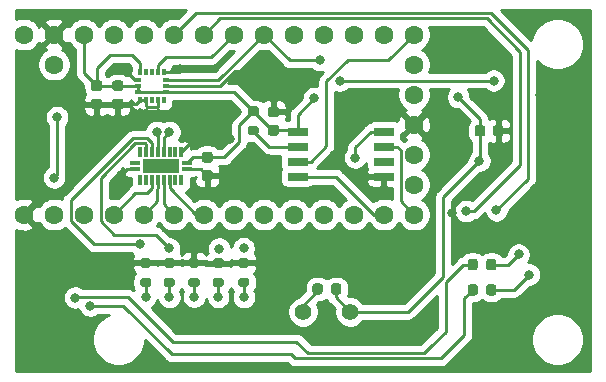
<source format=gbl>
%TF.GenerationSoftware,KiCad,Pcbnew,(5.1.10)-1*%
%TF.CreationDate,2021-11-25T10:21:51+01:00*%
%TF.ProjectId,EXTENSION_BOARD,45585445-4e53-4494-9f4e-5f424f415244,rev?*%
%TF.SameCoordinates,Original*%
%TF.FileFunction,Copper,L2,Bot*%
%TF.FilePolarity,Positive*%
%FSLAX46Y46*%
G04 Gerber Fmt 4.6, Leading zero omitted, Abs format (unit mm)*
G04 Created by KiCad (PCBNEW (5.1.10)-1) date 2021-11-25 10:21:51*
%MOMM*%
%LPD*%
G01*
G04 APERTURE LIST*
%TA.AperFunction,ComponentPad*%
%ADD10C,1.400000*%
%TD*%
%TA.AperFunction,SMDPad,CuDef*%
%ADD11R,1.700000X0.650000*%
%TD*%
%TA.AperFunction,SMDPad,CuDef*%
%ADD12R,0.850000X0.300000*%
%TD*%
%TA.AperFunction,SMDPad,CuDef*%
%ADD13R,0.300000X0.850000*%
%TD*%
%TA.AperFunction,SMDPad,CuDef*%
%ADD14R,3.150000X1.150000*%
%TD*%
%TA.AperFunction,ComponentPad*%
%ADD15C,1.600000*%
%TD*%
%TA.AperFunction,SMDPad,CuDef*%
%ADD16R,0.300000X0.600000*%
%TD*%
%TA.AperFunction,SMDPad,CuDef*%
%ADD17R,0.600000X0.300000*%
%TD*%
%TA.AperFunction,ViaPad*%
%ADD18C,0.800000*%
%TD*%
%TA.AperFunction,Conductor*%
%ADD19C,0.250000*%
%TD*%
%TA.AperFunction,Conductor*%
%ADD20C,0.254000*%
%TD*%
%TA.AperFunction,Conductor*%
%ADD21C,0.100000*%
%TD*%
G04 APERTURE END LIST*
D10*
%TO.P,LS1,1*%
%TO.N,+3V3*%
X118971060Y-104246680D03*
%TO.P,LS1,2*%
%TO.N,Buzzer*%
X114971060Y-104246680D03*
%TD*%
%TO.P,C2,1*%
%TO.N,GND*%
%TA.AperFunction,SMDPad,CuDef*%
G36*
G01*
X131953420Y-88667780D02*
X131953420Y-89167780D01*
G75*
G02*
X131728420Y-89392780I-225000J0D01*
G01*
X131278420Y-89392780D01*
G75*
G02*
X131053420Y-89167780I0J225000D01*
G01*
X131053420Y-88667780D01*
G75*
G02*
X131278420Y-88442780I225000J0D01*
G01*
X131728420Y-88442780D01*
G75*
G02*
X131953420Y-88667780I0J-225000D01*
G01*
G37*
%TD.AperFunction*%
%TO.P,C2,2*%
%TO.N,+3V3*%
%TA.AperFunction,SMDPad,CuDef*%
G36*
G01*
X130403420Y-88667780D02*
X130403420Y-89167780D01*
G75*
G02*
X130178420Y-89392780I-225000J0D01*
G01*
X129728420Y-89392780D01*
G75*
G02*
X129503420Y-89167780I0J225000D01*
G01*
X129503420Y-88667780D01*
G75*
G02*
X129728420Y-88442780I225000J0D01*
G01*
X130178420Y-88442780D01*
G75*
G02*
X130403420Y-88667780I0J-225000D01*
G01*
G37*
%TD.AperFunction*%
%TD*%
%TO.P,C1,1*%
%TO.N,+3V3*%
%TA.AperFunction,SMDPad,CuDef*%
G36*
G01*
X112718660Y-89322060D02*
X112218660Y-89322060D01*
G75*
G02*
X111993660Y-89097060I0J225000D01*
G01*
X111993660Y-88647060D01*
G75*
G02*
X112218660Y-88422060I225000J0D01*
G01*
X112718660Y-88422060D01*
G75*
G02*
X112943660Y-88647060I0J-225000D01*
G01*
X112943660Y-89097060D01*
G75*
G02*
X112718660Y-89322060I-225000J0D01*
G01*
G37*
%TD.AperFunction*%
%TO.P,C1,2*%
%TO.N,GND*%
%TA.AperFunction,SMDPad,CuDef*%
G36*
G01*
X112718660Y-87772060D02*
X112218660Y-87772060D01*
G75*
G02*
X111993660Y-87547060I0J225000D01*
G01*
X111993660Y-87097060D01*
G75*
G02*
X112218660Y-86872060I225000J0D01*
G01*
X112718660Y-86872060D01*
G75*
G02*
X112943660Y-87097060I0J-225000D01*
G01*
X112943660Y-87547060D01*
G75*
G02*
X112718660Y-87772060I-225000J0D01*
G01*
G37*
%TD.AperFunction*%
%TD*%
%TO.P,R7,2*%
%TO.N,Net-(D1-Pad1)*%
%TA.AperFunction,SMDPad,CuDef*%
G36*
G01*
X101370720Y-101359020D02*
X101920720Y-101359020D01*
G75*
G02*
X102120720Y-101559020I0J-200000D01*
G01*
X102120720Y-101959020D01*
G75*
G02*
X101920720Y-102159020I-200000J0D01*
G01*
X101370720Y-102159020D01*
G75*
G02*
X101170720Y-101959020I0J200000D01*
G01*
X101170720Y-101559020D01*
G75*
G02*
X101370720Y-101359020I200000J0D01*
G01*
G37*
%TD.AperFunction*%
%TO.P,R7,1*%
%TO.N,GND*%
%TA.AperFunction,SMDPad,CuDef*%
G36*
G01*
X101370720Y-99709020D02*
X101920720Y-99709020D01*
G75*
G02*
X102120720Y-99909020I0J-200000D01*
G01*
X102120720Y-100309020D01*
G75*
G02*
X101920720Y-100509020I-200000J0D01*
G01*
X101370720Y-100509020D01*
G75*
G02*
X101170720Y-100309020I0J200000D01*
G01*
X101170720Y-99909020D01*
G75*
G02*
X101370720Y-99709020I200000J0D01*
G01*
G37*
%TD.AperFunction*%
%TD*%
%TO.P,R8,1*%
%TO.N,GND*%
%TA.AperFunction,SMDPad,CuDef*%
G36*
G01*
X103382400Y-99704940D02*
X103932400Y-99704940D01*
G75*
G02*
X104132400Y-99904940I0J-200000D01*
G01*
X104132400Y-100304940D01*
G75*
G02*
X103932400Y-100504940I-200000J0D01*
G01*
X103382400Y-100504940D01*
G75*
G02*
X103182400Y-100304940I0J200000D01*
G01*
X103182400Y-99904940D01*
G75*
G02*
X103382400Y-99704940I200000J0D01*
G01*
G37*
%TD.AperFunction*%
%TO.P,R8,2*%
%TO.N,Net-(D2-Pad1)*%
%TA.AperFunction,SMDPad,CuDef*%
G36*
G01*
X103382400Y-101354940D02*
X103932400Y-101354940D01*
G75*
G02*
X104132400Y-101554940I0J-200000D01*
G01*
X104132400Y-101954940D01*
G75*
G02*
X103932400Y-102154940I-200000J0D01*
G01*
X103382400Y-102154940D01*
G75*
G02*
X103182400Y-101954940I0J200000D01*
G01*
X103182400Y-101554940D01*
G75*
G02*
X103382400Y-101354940I200000J0D01*
G01*
G37*
%TD.AperFunction*%
%TD*%
%TO.P,R9,2*%
%TO.N,Net-(D3-Pad1)*%
%TA.AperFunction,SMDPad,CuDef*%
G36*
G01*
X105462660Y-101354940D02*
X106012660Y-101354940D01*
G75*
G02*
X106212660Y-101554940I0J-200000D01*
G01*
X106212660Y-101954940D01*
G75*
G02*
X106012660Y-102154940I-200000J0D01*
G01*
X105462660Y-102154940D01*
G75*
G02*
X105262660Y-101954940I0J200000D01*
G01*
X105262660Y-101554940D01*
G75*
G02*
X105462660Y-101354940I200000J0D01*
G01*
G37*
%TD.AperFunction*%
%TO.P,R9,1*%
%TO.N,GND*%
%TA.AperFunction,SMDPad,CuDef*%
G36*
G01*
X105462660Y-99704940D02*
X106012660Y-99704940D01*
G75*
G02*
X106212660Y-99904940I0J-200000D01*
G01*
X106212660Y-100304940D01*
G75*
G02*
X106012660Y-100504940I-200000J0D01*
G01*
X105462660Y-100504940D01*
G75*
G02*
X105262660Y-100304940I0J200000D01*
G01*
X105262660Y-99904940D01*
G75*
G02*
X105462660Y-99704940I200000J0D01*
G01*
G37*
%TD.AperFunction*%
%TD*%
%TO.P,R10,1*%
%TO.N,GND*%
%TA.AperFunction,SMDPad,CuDef*%
G36*
G01*
X107525140Y-99716640D02*
X108075140Y-99716640D01*
G75*
G02*
X108275140Y-99916640I0J-200000D01*
G01*
X108275140Y-100316640D01*
G75*
G02*
X108075140Y-100516640I-200000J0D01*
G01*
X107525140Y-100516640D01*
G75*
G02*
X107325140Y-100316640I0J200000D01*
G01*
X107325140Y-99916640D01*
G75*
G02*
X107525140Y-99716640I200000J0D01*
G01*
G37*
%TD.AperFunction*%
%TO.P,R10,2*%
%TO.N,Net-(D4-Pad1)*%
%TA.AperFunction,SMDPad,CuDef*%
G36*
G01*
X107525140Y-101366640D02*
X108075140Y-101366640D01*
G75*
G02*
X108275140Y-101566640I0J-200000D01*
G01*
X108275140Y-101966640D01*
G75*
G02*
X108075140Y-102166640I-200000J0D01*
G01*
X107525140Y-102166640D01*
G75*
G02*
X107325140Y-101966640I0J200000D01*
G01*
X107325140Y-101566640D01*
G75*
G02*
X107525140Y-101366640I200000J0D01*
G01*
G37*
%TD.AperFunction*%
%TD*%
%TO.P,R11,1*%
%TO.N,GND*%
%TA.AperFunction,SMDPad,CuDef*%
G36*
G01*
X109666360Y-99709020D02*
X110216360Y-99709020D01*
G75*
G02*
X110416360Y-99909020I0J-200000D01*
G01*
X110416360Y-100309020D01*
G75*
G02*
X110216360Y-100509020I-200000J0D01*
G01*
X109666360Y-100509020D01*
G75*
G02*
X109466360Y-100309020I0J200000D01*
G01*
X109466360Y-99909020D01*
G75*
G02*
X109666360Y-99709020I200000J0D01*
G01*
G37*
%TD.AperFunction*%
%TO.P,R11,2*%
%TO.N,Net-(D5-Pad1)*%
%TA.AperFunction,SMDPad,CuDef*%
G36*
G01*
X109666360Y-101359020D02*
X110216360Y-101359020D01*
G75*
G02*
X110416360Y-101559020I0J-200000D01*
G01*
X110416360Y-101959020D01*
G75*
G02*
X110216360Y-102159020I-200000J0D01*
G01*
X109666360Y-102159020D01*
G75*
G02*
X109466360Y-101959020I0J200000D01*
G01*
X109466360Y-101559020D01*
G75*
G02*
X109666360Y-101359020I200000J0D01*
G01*
G37*
%TD.AperFunction*%
%TD*%
%TO.P,R1,2*%
%TO.N,Net-(R1-Pad2)*%
%TA.AperFunction,SMDPad,CuDef*%
G36*
G01*
X110486780Y-88499000D02*
X111036780Y-88499000D01*
G75*
G02*
X111236780Y-88699000I0J-200000D01*
G01*
X111236780Y-89099000D01*
G75*
G02*
X111036780Y-89299000I-200000J0D01*
G01*
X110486780Y-89299000D01*
G75*
G02*
X110286780Y-89099000I0J200000D01*
G01*
X110286780Y-88699000D01*
G75*
G02*
X110486780Y-88499000I200000J0D01*
G01*
G37*
%TD.AperFunction*%
%TO.P,R1,1*%
%TO.N,+3V3*%
%TA.AperFunction,SMDPad,CuDef*%
G36*
G01*
X110486780Y-86849000D02*
X111036780Y-86849000D01*
G75*
G02*
X111236780Y-87049000I0J-200000D01*
G01*
X111236780Y-87449000D01*
G75*
G02*
X111036780Y-87649000I-200000J0D01*
G01*
X110486780Y-87649000D01*
G75*
G02*
X110286780Y-87449000I0J200000D01*
G01*
X110286780Y-87049000D01*
G75*
G02*
X110486780Y-86849000I200000J0D01*
G01*
G37*
%TD.AperFunction*%
%TD*%
D11*
%TO.P,U1,1*%
%TO.N,CS_FLASH*%
X121810820Y-88988900D03*
%TO.P,U1,2*%
%TO.N,MISO*%
X121810820Y-90258900D03*
%TO.P,U1,3*%
%TO.N,Net-(U1-Pad3)*%
X121810820Y-91528900D03*
%TO.P,U1,4*%
%TO.N,GND*%
X121810820Y-92798900D03*
%TO.P,U1,5*%
%TO.N,MOSI*%
X114510820Y-92798900D03*
%TO.P,U1,6*%
%TO.N,SCLK*%
X114510820Y-91528900D03*
%TO.P,U1,7*%
%TO.N,Net-(R1-Pad2)*%
X114510820Y-90258900D03*
%TO.P,U1,8*%
%TO.N,+3V3*%
X114510820Y-88988900D03*
%TD*%
D12*
%TO.P,IC1,1*%
%TO.N,GND*%
X105123340Y-92172600D03*
D13*
%TO.P,IC1,2*%
%TO.N,INFREE3*%
X104673340Y-93122600D03*
%TO.P,IC1,3*%
%TO.N,INFREE4*%
X104173340Y-93122600D03*
%TO.P,IC1,4*%
%TO.N,TGLED2*%
X103673340Y-93122600D03*
%TO.P,IC1,5*%
%TO.N,TGLED1*%
X103173340Y-93122600D03*
%TO.P,IC1,6*%
%TO.N,TYLED2*%
X102673340Y-93122600D03*
%TO.P,IC1,7*%
%TO.N,TYLED1*%
X102173340Y-93122600D03*
%TO.P,IC1,8*%
%TO.N,INFREE1*%
X101673340Y-93122600D03*
%TO.P,IC1,9*%
%TO.N,INFREE2*%
X101173340Y-93122600D03*
D12*
%TO.P,IC1,10*%
%TO.N,GND*%
X100723340Y-92172600D03*
%TO.P,IC1,11*%
%TO.N,OUTFREE2*%
X100723340Y-91672600D03*
D13*
%TO.P,IC1,12*%
%TO.N,OUTFREE1*%
X101173340Y-90722600D03*
%TO.P,IC1,13*%
%TO.N,YLED1*%
X101673340Y-90722600D03*
%TO.P,IC1,14*%
%TO.N,YLED2*%
X102173340Y-90722600D03*
%TO.P,IC1,15*%
%TO.N,GLED1*%
X102673340Y-90722600D03*
%TO.P,IC1,16*%
%TO.N,GLED2*%
X103173340Y-90722600D03*
%TO.P,IC1,17*%
%TO.N,OUTFREE4*%
X103673340Y-90722600D03*
%TO.P,IC1,18*%
%TO.N,OUTFREE3*%
X104173340Y-90722600D03*
%TO.P,IC1,19*%
%TO.N,GND*%
X104673340Y-90722600D03*
D12*
%TO.P,IC1,20*%
%TO.N,+3V3*%
X105123340Y-91672600D03*
D14*
%TO.P,IC1,21*%
%TO.N,Net-(IC1-Pad21)*%
X102923340Y-91922600D03*
%TD*%
D15*
%TO.P,U2,17*%
%TO.N,GND*%
X124360940Y-88389460D03*
%TO.P,U2,18*%
%TO.N,Net-(U2-Pad18)*%
X124360940Y-85849460D03*
%TO.P,U2,19*%
%TO.N,Net-(U2-Pad19)*%
X124360940Y-83309460D03*
%TO.P,U2,20*%
%TO.N,SCLK*%
X124360940Y-80769460D03*
%TO.P,U2,16*%
%TO.N,+3V3*%
X124360940Y-90929460D03*
%TO.P,U2,15*%
%TO.N,Net-(U2-Pad15)*%
X124360940Y-93469460D03*
%TO.P,U2,14*%
%TO.N,MISO*%
X124360940Y-96009460D03*
%TO.P,U2,21*%
%TO.N,PWM1*%
X121820940Y-80769460D03*
%TO.P,U2,22*%
%TO.N,PWM2*%
X119280940Y-80769460D03*
%TO.P,U2,23*%
%TO.N,Net-(U2-Pad23)*%
X116740940Y-80769460D03*
%TO.P,U2,24*%
%TO.N,Net-(U2-Pad24)*%
X114200940Y-80769460D03*
%TO.P,U2,25*%
%TO.N,Accel_SDA*%
X111660940Y-80769460D03*
%TO.P,U2,26*%
%TO.N,Accel_SCL*%
X109120940Y-80769460D03*
%TO.P,U2,27*%
%TO.N,TPyro2OUT*%
X106580940Y-80769460D03*
%TO.P,U2,28*%
%TO.N,TPyro1OUT*%
X104040940Y-80769460D03*
%TO.P,U2,29*%
%TO.N,Net-(U2-Pad29)*%
X101500940Y-80769460D03*
%TO.P,U2,30*%
%TO.N,HFREE*%
X98960940Y-80769460D03*
%TO.P,U2,31*%
%TO.N,+3V3*%
X96420940Y-80769460D03*
%TO.P,U2,32*%
%TO.N,GND*%
X93880940Y-80769460D03*
%TO.P,U2,33*%
%TO.N,VIN*%
X91340940Y-80769460D03*
%TO.P,U2,34*%
%TO.N,Net-(U2-Pad34)*%
X93880940Y-83309460D03*
%TO.P,U2,13*%
%TO.N,MOSI*%
X121820940Y-96009460D03*
%TO.P,U2,12*%
%TO.N,CS_FLASH*%
X119280940Y-96009460D03*
%TO.P,U2,11*%
%TO.N,TBuzzer*%
X116740940Y-96009460D03*
%TO.P,U2,10*%
%TO.N,Net-(U2-Pad10)*%
X114200940Y-96009460D03*
%TO.P,U2,9*%
%TO.N,PDECT2*%
X111660940Y-96009460D03*
%TO.P,U2,8*%
%TO.N,PDECT1*%
X109120940Y-96009460D03*
%TO.P,U2,7*%
%TO.N,TGLED2*%
X106580940Y-96009460D03*
%TO.P,U2,6*%
%TO.N,TGLED1*%
X104040940Y-96009460D03*
%TO.P,U2,5*%
%TO.N,TYLED2*%
X101500940Y-96009460D03*
%TO.P,U2,4*%
%TO.N,TYLED1*%
X98960940Y-96009460D03*
%TO.P,U2,3*%
%TO.N,HTX*%
X96420940Y-96009460D03*
%TO.P,U2,2*%
%TO.N,HRX*%
X93880940Y-96009460D03*
%TO.P,U2,1*%
%TO.N,GND*%
X91340940Y-96009460D03*
%TD*%
D16*
%TO.P,AC1,1*%
%TO.N,+3V3*%
X101184960Y-83914280D03*
%TO.P,AC1,2*%
%TO.N,Net-(AC1-Pad2)*%
X101684960Y-83914280D03*
%TO.P,AC1,3*%
%TO.N,Net-(AC1-Pad3)*%
X102184960Y-83914280D03*
%TO.P,AC1,4*%
%TO.N,Accel_SCL*%
X102684960Y-83914280D03*
%TO.P,AC1,5*%
%TO.N,GND*%
X103184960Y-83914280D03*
D17*
%TO.P,AC1,6*%
%TO.N,Accel_SDA*%
X103384960Y-84614280D03*
%TO.P,AC1,7*%
%TO.N,GND*%
X103384960Y-85114280D03*
%TO.P,AC1,8*%
%TO.N,+3V3*%
X103384960Y-85614280D03*
D16*
%TO.P,AC1,9*%
%TO.N,Accel_INT2*%
X103184960Y-86314280D03*
%TO.P,AC1,10*%
%TO.N,GND*%
X102684960Y-86314280D03*
%TO.P,AC1,11*%
%TO.N,Accel_INT1*%
X102184960Y-86314280D03*
%TO.P,AC1,12*%
%TO.N,GND*%
X101684960Y-86314280D03*
%TO.P,AC1,13*%
X101184960Y-86314280D03*
D17*
%TO.P,AC1,14*%
%TO.N,+3V3*%
X100984960Y-85614280D03*
%TO.P,AC1,15*%
X100984960Y-85114280D03*
%TO.P,AC1,16*%
%TO.N,GND*%
X100984960Y-84614280D03*
%TD*%
%TO.P,C3,2*%
%TO.N,GND*%
%TA.AperFunction,SMDPad,CuDef*%
G36*
G01*
X97247900Y-86202700D02*
X97747900Y-86202700D01*
G75*
G02*
X97972900Y-86427700I0J-225000D01*
G01*
X97972900Y-86877700D01*
G75*
G02*
X97747900Y-87102700I-225000J0D01*
G01*
X97247900Y-87102700D01*
G75*
G02*
X97022900Y-86877700I0J225000D01*
G01*
X97022900Y-86427700D01*
G75*
G02*
X97247900Y-86202700I225000J0D01*
G01*
G37*
%TD.AperFunction*%
%TO.P,C3,1*%
%TO.N,+3V3*%
%TA.AperFunction,SMDPad,CuDef*%
G36*
G01*
X97247900Y-84652700D02*
X97747900Y-84652700D01*
G75*
G02*
X97972900Y-84877700I0J-225000D01*
G01*
X97972900Y-85327700D01*
G75*
G02*
X97747900Y-85552700I-225000J0D01*
G01*
X97247900Y-85552700D01*
G75*
G02*
X97022900Y-85327700I0J225000D01*
G01*
X97022900Y-84877700D01*
G75*
G02*
X97247900Y-84652700I225000J0D01*
G01*
G37*
%TD.AperFunction*%
%TD*%
%TO.P,C4,1*%
%TO.N,+3V3*%
%TA.AperFunction,SMDPad,CuDef*%
G36*
G01*
X99036060Y-84652400D02*
X99536060Y-84652400D01*
G75*
G02*
X99761060Y-84877400I0J-225000D01*
G01*
X99761060Y-85327400D01*
G75*
G02*
X99536060Y-85552400I-225000J0D01*
G01*
X99036060Y-85552400D01*
G75*
G02*
X98811060Y-85327400I0J225000D01*
G01*
X98811060Y-84877400D01*
G75*
G02*
X99036060Y-84652400I225000J0D01*
G01*
G37*
%TD.AperFunction*%
%TO.P,C4,2*%
%TO.N,GND*%
%TA.AperFunction,SMDPad,CuDef*%
G36*
G01*
X99036060Y-86202400D02*
X99536060Y-86202400D01*
G75*
G02*
X99761060Y-86427400I0J-225000D01*
G01*
X99761060Y-86877400D01*
G75*
G02*
X99536060Y-87102400I-225000J0D01*
G01*
X99036060Y-87102400D01*
G75*
G02*
X98811060Y-86877400I0J225000D01*
G01*
X98811060Y-86427400D01*
G75*
G02*
X99036060Y-86202400I225000J0D01*
G01*
G37*
%TD.AperFunction*%
%TD*%
%TO.P,C5,1*%
%TO.N,GND*%
%TA.AperFunction,SMDPad,CuDef*%
G36*
G01*
X107123040Y-93163140D02*
X106623040Y-93163140D01*
G75*
G02*
X106398040Y-92938140I0J225000D01*
G01*
X106398040Y-92488140D01*
G75*
G02*
X106623040Y-92263140I225000J0D01*
G01*
X107123040Y-92263140D01*
G75*
G02*
X107348040Y-92488140I0J-225000D01*
G01*
X107348040Y-92938140D01*
G75*
G02*
X107123040Y-93163140I-225000J0D01*
G01*
G37*
%TD.AperFunction*%
%TO.P,C5,2*%
%TO.N,+3V3*%
%TA.AperFunction,SMDPad,CuDef*%
G36*
G01*
X107123040Y-91613140D02*
X106623040Y-91613140D01*
G75*
G02*
X106398040Y-91388140I0J225000D01*
G01*
X106398040Y-90938140D01*
G75*
G02*
X106623040Y-90713140I225000J0D01*
G01*
X107123040Y-90713140D01*
G75*
G02*
X107348040Y-90938140I0J-225000D01*
G01*
X107348040Y-91388140D01*
G75*
G02*
X107123040Y-91613140I-225000J0D01*
G01*
G37*
%TD.AperFunction*%
%TD*%
%TO.P,D8,1*%
%TO.N,PYRO1*%
%TA.AperFunction,SMDPad,CuDef*%
G36*
G01*
X128901640Y-100502430D02*
X128901640Y-99989930D01*
G75*
G02*
X129120390Y-99771180I218750J0D01*
G01*
X129557890Y-99771180D01*
G75*
G02*
X129776640Y-99989930I0J-218750D01*
G01*
X129776640Y-100502430D01*
G75*
G02*
X129557890Y-100721180I-218750J0D01*
G01*
X129120390Y-100721180D01*
G75*
G02*
X128901640Y-100502430I0J218750D01*
G01*
G37*
%TD.AperFunction*%
%TO.P,D8,2*%
%TO.N,OPYRO1*%
%TA.AperFunction,SMDPad,CuDef*%
G36*
G01*
X130476640Y-100502430D02*
X130476640Y-99989930D01*
G75*
G02*
X130695390Y-99771180I218750J0D01*
G01*
X131132890Y-99771180D01*
G75*
G02*
X131351640Y-99989930I0J-218750D01*
G01*
X131351640Y-100502430D01*
G75*
G02*
X131132890Y-100721180I-218750J0D01*
G01*
X130695390Y-100721180D01*
G75*
G02*
X130476640Y-100502430I0J218750D01*
G01*
G37*
%TD.AperFunction*%
%TD*%
%TO.P,D9,2*%
%TO.N,OPYRO2*%
%TA.AperFunction,SMDPad,CuDef*%
G36*
G01*
X130476640Y-102646190D02*
X130476640Y-102133690D01*
G75*
G02*
X130695390Y-101914940I218750J0D01*
G01*
X131132890Y-101914940D01*
G75*
G02*
X131351640Y-102133690I0J-218750D01*
G01*
X131351640Y-102646190D01*
G75*
G02*
X131132890Y-102864940I-218750J0D01*
G01*
X130695390Y-102864940D01*
G75*
G02*
X130476640Y-102646190I0J218750D01*
G01*
G37*
%TD.AperFunction*%
%TO.P,D9,1*%
%TO.N,PYRO2*%
%TA.AperFunction,SMDPad,CuDef*%
G36*
G01*
X128901640Y-102646190D02*
X128901640Y-102133690D01*
G75*
G02*
X129120390Y-101914940I218750J0D01*
G01*
X129557890Y-101914940D01*
G75*
G02*
X129776640Y-102133690I0J-218750D01*
G01*
X129776640Y-102646190D01*
G75*
G02*
X129557890Y-102864940I-218750J0D01*
G01*
X129120390Y-102864940D01*
G75*
G02*
X128901640Y-102646190I0J218750D01*
G01*
G37*
%TD.AperFunction*%
%TD*%
%TO.P,D10,1*%
%TO.N,Buzzer*%
%TA.AperFunction,SMDPad,CuDef*%
G36*
G01*
X115764960Y-102567450D02*
X115764960Y-102054950D01*
G75*
G02*
X115983710Y-101836200I218750J0D01*
G01*
X116421210Y-101836200D01*
G75*
G02*
X116639960Y-102054950I0J-218750D01*
G01*
X116639960Y-102567450D01*
G75*
G02*
X116421210Y-102786200I-218750J0D01*
G01*
X115983710Y-102786200D01*
G75*
G02*
X115764960Y-102567450I0J218750D01*
G01*
G37*
%TD.AperFunction*%
%TO.P,D10,2*%
%TO.N,+3V3*%
%TA.AperFunction,SMDPad,CuDef*%
G36*
G01*
X117339960Y-102567450D02*
X117339960Y-102054950D01*
G75*
G02*
X117558710Y-101836200I218750J0D01*
G01*
X117996210Y-101836200D01*
G75*
G02*
X118214960Y-102054950I0J-218750D01*
G01*
X118214960Y-102567450D01*
G75*
G02*
X117996210Y-102786200I-218750J0D01*
G01*
X117558710Y-102786200D01*
G75*
G02*
X117339960Y-102567450I0J218750D01*
G01*
G37*
%TD.AperFunction*%
%TD*%
D18*
%TO.N,GND*%
X99583240Y-92626180D03*
X110266480Y-92770960D03*
X108757720Y-89636600D03*
X104566720Y-83672680D03*
X110032800Y-83850480D03*
X99725480Y-83566000D03*
X135011160Y-85907880D03*
X127553720Y-95915480D03*
X128003300Y-91490800D03*
%TO.N,Net-(D1-Pad1)*%
X101645720Y-102981760D03*
%TO.N,Net-(D2-Pad1)*%
X103652320Y-103002080D03*
%TO.N,YLED1*%
X103647240Y-98879660D03*
%TO.N,YLED2*%
X101173280Y-98529140D03*
%TO.N,Net-(D3-Pad1)*%
X105745280Y-102969060D03*
%TO.N,Net-(D4-Pad1)*%
X107797600Y-102976680D03*
%TO.N,GLED1*%
X102598220Y-89016840D03*
X107881420Y-98889820D03*
%TO.N,GLED2*%
X103657400Y-89016840D03*
X109948980Y-98856800D03*
%TO.N,Net-(D5-Pad1)*%
X109956600Y-103002080D03*
%TO.N,PYRO1*%
X95689420Y-103035100D03*
%TO.N,PYRO2*%
X96954340Y-103728520D03*
%TO.N,CS_FLASH*%
X119385080Y-91180920D03*
%TO.N,Accel_SDA*%
X131114800Y-84663280D03*
X118094760Y-84663280D03*
X116373910Y-82942430D03*
%TO.N,HFREE*%
X94157800Y-87772240D03*
X93911420Y-92887800D03*
%TO.N,+3V3*%
X128117600Y-86060280D03*
X129908300Y-91455240D03*
X115907820Y-86164420D03*
%TO.N,TPyro1OUT*%
X131353560Y-95664020D03*
%TO.N,OPYRO1*%
X133233160Y-99382580D03*
%TO.N,OPYRO2*%
X134127240Y-101092000D03*
%TO.N,TPyro2OUT*%
X128778000Y-95730060D03*
%TD*%
D19*
%TO.N,GND*%
X106332500Y-92172600D02*
X106873040Y-92713140D01*
X105123340Y-92172600D02*
X106332500Y-92172600D01*
X100036820Y-92172600D02*
X99583240Y-92626180D01*
X100723340Y-92172600D02*
X100036820Y-92172600D01*
X110208660Y-92713140D02*
X110266480Y-92770960D01*
X106873040Y-92713140D02*
X110208660Y-92713140D01*
X105759340Y-89636600D02*
X108757720Y-89636600D01*
X104673340Y-90722600D02*
X105759340Y-89636600D01*
X104325120Y-83914280D02*
X104566720Y-83672680D01*
X103184960Y-83914280D02*
X104325120Y-83914280D01*
X107952530Y-85114280D02*
X103384960Y-85114280D01*
X109216330Y-83850480D02*
X107952530Y-85114280D01*
X110032800Y-83850480D02*
X109216330Y-83850480D01*
X101774959Y-86939281D02*
X101684960Y-86849282D01*
X101684960Y-86849282D02*
X101684960Y-86314280D01*
X102609959Y-86939281D02*
X101774959Y-86939281D01*
X102684960Y-86864280D02*
X102609959Y-86939281D01*
X102684960Y-86314280D02*
X102684960Y-86864280D01*
X101684960Y-86314280D02*
X101184960Y-86314280D01*
X100846840Y-86652400D02*
X101184960Y-86314280D01*
X99286060Y-86652400D02*
X100846840Y-86652400D01*
X100773760Y-84614280D02*
X99725480Y-83566000D01*
X100984960Y-84614280D02*
X100773760Y-84614280D01*
%TO.N,Net-(D1-Pad1)*%
X101645720Y-101759020D02*
X101645720Y-102981760D01*
%TO.N,Net-(D2-Pad1)*%
X103657400Y-102997000D02*
X103652320Y-103002080D01*
X103657400Y-101754940D02*
X103657400Y-102997000D01*
%TO.N,YLED1*%
X97835939Y-96549461D02*
X99007898Y-97721420D01*
X97835939Y-92899999D02*
X97835939Y-96549461D01*
X100763339Y-89972599D02*
X97835939Y-92899999D01*
X101583341Y-89972599D02*
X100763339Y-89972599D01*
X101673340Y-90062598D02*
X101583341Y-89972599D01*
X101673340Y-90722600D02*
X101673340Y-90062598D01*
X102489000Y-97721420D02*
X103647240Y-98879660D01*
X99007898Y-97721420D02*
X102489000Y-97721420D01*
%TO.N,YLED2*%
X95295939Y-96549461D02*
X97275618Y-98529140D01*
X95295939Y-94803589D02*
X95295939Y-96549461D01*
X100576938Y-89522590D02*
X95295939Y-94803589D01*
X101769741Y-89522589D02*
X100576938Y-89522590D01*
X102173340Y-89926188D02*
X101769741Y-89522589D01*
X102173340Y-90722600D02*
X102173340Y-89926188D01*
X97275618Y-98529140D02*
X100624640Y-98529140D01*
X100624640Y-98529140D02*
X101173280Y-98529140D01*
%TO.N,Net-(D3-Pad1)*%
X105737660Y-102961440D02*
X105745280Y-102969060D01*
X105737660Y-101754940D02*
X105737660Y-102961440D01*
%TO.N,Net-(D4-Pad1)*%
X107800140Y-102974140D02*
X107797600Y-102976680D01*
X107800140Y-101766640D02*
X107800140Y-102974140D01*
%TO.N,GLED1*%
X102673340Y-89091960D02*
X102598220Y-89016840D01*
X102673340Y-90722600D02*
X102673340Y-89091960D01*
%TO.N,GLED2*%
X103173340Y-89500900D02*
X103657400Y-89016840D01*
X103173340Y-90722600D02*
X103173340Y-89500900D01*
%TO.N,Net-(D5-Pad1)*%
X109941360Y-102986840D02*
X109956600Y-103002080D01*
X109941360Y-101759020D02*
X109941360Y-102986840D01*
%TO.N,MISO*%
X123235939Y-94884459D02*
X124360940Y-96009460D01*
X123235939Y-90584019D02*
X123235939Y-94884459D01*
X122910820Y-90258900D02*
X123235939Y-90584019D01*
X121810820Y-90258900D02*
X122910820Y-90258900D01*
%TO.N,MOSI*%
X120945942Y-96009460D02*
X121820940Y-96009460D01*
X117735382Y-92798900D02*
X120945942Y-96009460D01*
X114510820Y-92798900D02*
X117735382Y-92798900D01*
%TO.N,SCLK*%
X115610820Y-91528900D02*
X116949220Y-90190500D01*
X114510820Y-91528900D02*
X115610820Y-91528900D01*
X116949220Y-84735818D02*
X118759118Y-82925920D01*
X116949220Y-90190500D02*
X116949220Y-84735818D01*
X122204480Y-82925920D02*
X124360940Y-80769460D01*
X118759118Y-82925920D02*
X122204480Y-82925920D01*
%TO.N,PYRO1*%
X114419380Y-106761280D02*
X115402360Y-107744260D01*
X115402360Y-107744260D02*
X124871480Y-107744260D01*
X95721001Y-103003519D02*
X100184119Y-103003519D01*
X95689420Y-103035100D02*
X95721001Y-103003519D01*
X103941880Y-106761280D02*
X114419380Y-106761280D01*
X100184119Y-103003519D02*
X103941880Y-106761280D01*
X124871480Y-107744260D02*
X125219460Y-107744260D01*
X125219460Y-107744260D02*
X125808740Y-107154980D01*
X125808740Y-107154980D02*
X125821440Y-107142280D01*
X129339140Y-100246180D02*
X128557020Y-100246180D01*
X128557020Y-100246180D02*
X127045720Y-101757480D01*
X127045720Y-105918000D02*
X125808740Y-107154980D01*
X127045720Y-101757480D02*
X127045720Y-105918000D01*
%TO.N,PYRO2*%
X114320750Y-108194270D02*
X125549230Y-108194270D01*
X113959640Y-107833160D02*
X114320750Y-108194270D01*
X96954340Y-103728520D02*
X99755960Y-103728520D01*
X103860600Y-107833160D02*
X113959640Y-107833160D01*
X99755960Y-103728520D02*
X103860600Y-107833160D01*
X125549230Y-108194270D02*
X126633810Y-108194270D01*
X126633810Y-108194270D02*
X126763780Y-108064300D01*
X126763780Y-108064300D02*
X126763780Y-108064300D01*
X126763780Y-108064300D02*
X128620520Y-106207560D01*
X128620520Y-103108560D02*
X129339140Y-102389940D01*
X128620520Y-106207560D02*
X128620520Y-103108560D01*
%TO.N,Buzzer*%
X114971060Y-103713780D02*
X116084080Y-102600760D01*
X114971060Y-104246680D02*
X114971060Y-103713780D01*
%TO.N,CS_FLASH*%
X119385080Y-90314640D02*
X119385080Y-91180920D01*
X120710820Y-88988900D02*
X119385080Y-90314640D01*
X121810820Y-88988900D02*
X120710820Y-88988900D01*
%TO.N,TGLED2*%
X105885200Y-96009460D02*
X106580940Y-96009460D01*
X103673340Y-93797600D02*
X105885200Y-96009460D01*
X103673340Y-93122600D02*
X103673340Y-93797600D01*
%TO.N,TGLED1*%
X103173340Y-95141860D02*
X104040940Y-96009460D01*
X103173340Y-93122600D02*
X103173340Y-95141860D01*
%TO.N,TYLED2*%
X102623350Y-94887050D02*
X101500940Y-96009460D01*
X102623350Y-93832592D02*
X102623350Y-94887050D01*
X102673340Y-93782602D02*
X102623350Y-93832592D01*
X102673340Y-93122600D02*
X102673340Y-93782602D01*
%TO.N,TYLED1*%
X102173340Y-93797600D02*
X101790280Y-94180660D01*
X102173340Y-93122600D02*
X102173340Y-93797600D01*
X100789740Y-94180660D02*
X98960940Y-96009460D01*
X101790280Y-94180660D02*
X100789740Y-94180660D01*
%TO.N,Accel_SCL*%
X102684960Y-83379278D02*
X103384698Y-82679540D01*
X102684960Y-83914280D02*
X102684960Y-83379278D01*
X107210860Y-82679540D02*
X109120940Y-80769460D01*
X103384698Y-82679540D02*
X107210860Y-82679540D01*
%TO.N,Accel_SDA*%
X107816120Y-84614280D02*
X111660940Y-80769460D01*
X103384960Y-84614280D02*
X107816120Y-84614280D01*
X131114800Y-84663280D02*
X118094760Y-84663280D01*
X118094760Y-84663280D02*
X118094760Y-84663280D01*
X113833910Y-82942430D02*
X111660940Y-80769460D01*
X116373910Y-82942430D02*
X113833910Y-82942430D01*
%TO.N,HFREE*%
X94157800Y-87772240D02*
X94157800Y-92641420D01*
X94157800Y-92641420D02*
X93911420Y-92887800D01*
X93911420Y-92887800D02*
X93911420Y-92887800D01*
%TO.N,Net-(R1-Pad2)*%
X112121680Y-90258900D02*
X114510820Y-90258900D01*
X110761780Y-88899000D02*
X112121680Y-90258900D01*
%TO.N,+3V3*%
X117734080Y-103009700D02*
X118971060Y-104246680D01*
X117734080Y-102600760D02*
X117734080Y-103009700D01*
X112325420Y-88988900D02*
X112219740Y-88883220D01*
X105632800Y-91163140D02*
X105123340Y-91672600D01*
X106873040Y-91163140D02*
X105632800Y-91163140D01*
X129953420Y-91410120D02*
X129908300Y-91455240D01*
X129953420Y-88917780D02*
X129953420Y-91410120D01*
X129953420Y-87896100D02*
X128117600Y-86060280D01*
X129953420Y-88917780D02*
X129953420Y-87896100D01*
X97498200Y-85102400D02*
X97497900Y-85102700D01*
X99286060Y-85102400D02*
X97498200Y-85102400D01*
X96420940Y-84025740D02*
X97497900Y-85102700D01*
X96420940Y-80769460D02*
X96420940Y-84025740D01*
X100984960Y-85614280D02*
X100984960Y-85114280D01*
X100973080Y-85102400D02*
X100984960Y-85114280D01*
X99286060Y-85102400D02*
X100973080Y-85102400D01*
X103384960Y-85614280D02*
X108568720Y-85614280D01*
X114510820Y-88988900D02*
X114510820Y-87561420D01*
X114510820Y-87561420D02*
X115907820Y-86164420D01*
X115907820Y-86164420D02*
X115907820Y-86164420D01*
X103384960Y-85614280D02*
X100984960Y-85614280D01*
X101184960Y-83191600D02*
X101184960Y-83914280D01*
X100482400Y-82489040D02*
X101184960Y-83191600D01*
X98643440Y-82489040D02*
X100482400Y-82489040D01*
X97497900Y-83634580D02*
X98643440Y-82489040D01*
X97497900Y-85102700D02*
X97497900Y-83634580D01*
X123865640Y-104246680D02*
X118971060Y-104246680D01*
X126812040Y-101300280D02*
X123865640Y-104246680D01*
X126812040Y-94551500D02*
X126812040Y-96723200D01*
X129908300Y-91455240D02*
X126812040Y-94551500D01*
X109127060Y-85614280D02*
X110761780Y-87249000D01*
X108568720Y-85614280D02*
X109127060Y-85614280D01*
X112384840Y-88872060D02*
X110761780Y-87249000D01*
X112468660Y-88872060D02*
X112384840Y-88872060D01*
X114393980Y-88872060D02*
X114510820Y-88988900D01*
X112468660Y-88872060D02*
X114393980Y-88872060D01*
X108304182Y-91163140D02*
X109565440Y-89901882D01*
X106873040Y-91163140D02*
X108304182Y-91163140D01*
X109565440Y-88445340D02*
X110761780Y-87249000D01*
X109565440Y-89901882D02*
X109565440Y-88445340D01*
X126812040Y-96723200D02*
X126812040Y-101300280D01*
%TO.N,TPyro1OUT*%
X104040940Y-80769460D02*
X105877790Y-78932610D01*
X105877790Y-78932610D02*
X107781380Y-78932610D01*
X109230590Y-78932610D02*
X130908630Y-78932610D01*
X107781380Y-78932610D02*
X109230590Y-78932610D01*
X109230590Y-78932610D02*
X109374940Y-78932610D01*
X130908630Y-78932610D02*
X134035800Y-82059780D01*
X134035800Y-82059780D02*
X134035800Y-92981780D01*
X134035800Y-92981780D02*
X131353560Y-95664020D01*
X131353560Y-95664020D02*
X131353560Y-95664020D01*
%TO.N,OPYRO1*%
X133233160Y-99382580D02*
X133233160Y-99382580D01*
X132369560Y-100246180D02*
X133233160Y-99382580D01*
X130914140Y-100246180D02*
X132369560Y-100246180D01*
%TO.N,OPYRO2*%
X130914140Y-102389940D02*
X131353560Y-102389940D01*
X130914140Y-102389940D02*
X132829300Y-102389940D01*
X132829300Y-102389940D02*
X134127240Y-101092000D01*
X134127240Y-101092000D02*
X134127240Y-101092000D01*
%TO.N,TPyro2OUT*%
X106580940Y-80769460D02*
X107967780Y-79382620D01*
X107967780Y-79382620D02*
X109390180Y-79382620D01*
X109390180Y-79382620D02*
X130515360Y-79382620D01*
X130515360Y-79382620D02*
X133383020Y-82250280D01*
X133383020Y-82250280D02*
X133383020Y-91793060D01*
X133383020Y-91793060D02*
X129446020Y-95730060D01*
X129446020Y-95730060D02*
X128778000Y-95730060D01*
X128778000Y-95730060D02*
X128767840Y-95730060D01*
%TD*%
D20*
%TO.N,GND*%
X104364826Y-79370772D02*
X104182275Y-79334460D01*
X103899605Y-79334460D01*
X103622366Y-79389607D01*
X103361213Y-79497780D01*
X103126181Y-79654823D01*
X102926303Y-79854701D01*
X102770940Y-80087219D01*
X102615577Y-79854701D01*
X102415699Y-79654823D01*
X102180667Y-79497780D01*
X101919514Y-79389607D01*
X101642275Y-79334460D01*
X101359605Y-79334460D01*
X101082366Y-79389607D01*
X100821213Y-79497780D01*
X100586181Y-79654823D01*
X100386303Y-79854701D01*
X100230940Y-80087219D01*
X100075577Y-79854701D01*
X99875699Y-79654823D01*
X99640667Y-79497780D01*
X99379514Y-79389607D01*
X99102275Y-79334460D01*
X98819605Y-79334460D01*
X98542366Y-79389607D01*
X98281213Y-79497780D01*
X98046181Y-79654823D01*
X97846303Y-79854701D01*
X97690940Y-80087219D01*
X97535577Y-79854701D01*
X97335699Y-79654823D01*
X97100667Y-79497780D01*
X96839514Y-79389607D01*
X96562275Y-79334460D01*
X96279605Y-79334460D01*
X96002366Y-79389607D01*
X95741213Y-79497780D01*
X95506181Y-79654823D01*
X95306303Y-79854701D01*
X95150025Y-80088588D01*
X95117611Y-80027946D01*
X94873642Y-79956363D01*
X94060545Y-80769460D01*
X94873642Y-81582557D01*
X95117611Y-81510974D01*
X95148134Y-81446468D01*
X95149260Y-81449187D01*
X95306303Y-81684219D01*
X95506181Y-81884097D01*
X95660940Y-81987504D01*
X95660941Y-83988408D01*
X95657264Y-84025740D01*
X95660941Y-84063073D01*
X95671938Y-84174726D01*
X95678336Y-84195817D01*
X95715394Y-84317986D01*
X95785966Y-84450016D01*
X95857141Y-84536742D01*
X95880940Y-84565741D01*
X95909938Y-84589539D01*
X96384828Y-85064430D01*
X96384828Y-85327700D01*
X96401412Y-85496077D01*
X96450525Y-85657983D01*
X96528600Y-85804051D01*
X96492363Y-85848206D01*
X96433398Y-85958520D01*
X96397088Y-86078218D01*
X96384828Y-86202700D01*
X96387900Y-86366950D01*
X96546650Y-86525700D01*
X97370900Y-86525700D01*
X97370900Y-86505700D01*
X97624900Y-86505700D01*
X97624900Y-86525700D01*
X98449150Y-86525700D01*
X98449450Y-86525400D01*
X99159060Y-86525400D01*
X99159060Y-86505400D01*
X99413060Y-86505400D01*
X99413060Y-86525400D01*
X100237310Y-86525400D01*
X100396060Y-86366650D01*
X100396741Y-86330242D01*
X100399960Y-86331963D01*
X100399960Y-86441282D01*
X100558708Y-86441282D01*
X100399960Y-86600030D01*
X100406156Y-86722637D01*
X100439378Y-86843229D01*
X100495487Y-86955022D01*
X100572329Y-87053721D01*
X100666948Y-87135532D01*
X100775711Y-87197312D01*
X100894436Y-87236686D01*
X101003210Y-87249280D01*
X101140138Y-87112352D01*
X101166948Y-87135532D01*
X101275711Y-87197312D01*
X101334109Y-87216679D01*
X101366710Y-87249280D01*
X101434960Y-87241378D01*
X101503210Y-87249280D01*
X101535811Y-87216679D01*
X101594209Y-87197312D01*
X101683640Y-87146513D01*
X101790780Y-87203782D01*
X101834463Y-87217033D01*
X101866710Y-87249280D01*
X101929708Y-87241986D01*
X102034960Y-87252352D01*
X102334960Y-87252352D01*
X102440212Y-87241986D01*
X102503210Y-87249280D01*
X102535457Y-87217033D01*
X102579140Y-87203782D01*
X102684960Y-87147219D01*
X102790780Y-87203782D01*
X102834463Y-87217033D01*
X102866710Y-87249280D01*
X102929708Y-87241986D01*
X103034960Y-87252352D01*
X103334960Y-87252352D01*
X103459442Y-87240092D01*
X103579140Y-87203782D01*
X103689454Y-87144817D01*
X103786145Y-87065465D01*
X103865497Y-86968774D01*
X103924462Y-86858460D01*
X103960772Y-86738762D01*
X103973032Y-86614280D01*
X103973032Y-86374280D01*
X108812259Y-86374280D01*
X109648708Y-87210730D01*
X109648708Y-87287270D01*
X109054438Y-87881541D01*
X109025440Y-87905339D01*
X109001642Y-87934337D01*
X109001641Y-87934338D01*
X108930466Y-88021064D01*
X108859894Y-88153094D01*
X108835537Y-88233392D01*
X108816438Y-88296354D01*
X108808016Y-88381866D01*
X108801764Y-88445340D01*
X108805441Y-88482672D01*
X108805440Y-89587080D01*
X107989381Y-90403140D01*
X107795108Y-90403140D01*
X107733324Y-90327856D01*
X107602537Y-90220522D01*
X107453323Y-90140765D01*
X107291417Y-90091652D01*
X107123040Y-90075068D01*
X106623040Y-90075068D01*
X106454663Y-90091652D01*
X106292757Y-90140765D01*
X106143543Y-90220522D01*
X106012756Y-90327856D01*
X105950972Y-90403140D01*
X105670122Y-90403140D01*
X105632799Y-90399464D01*
X105595476Y-90403140D01*
X105595467Y-90403140D01*
X105483814Y-90414137D01*
X105458692Y-90421758D01*
X105461266Y-90311239D01*
X105451670Y-90186524D01*
X105417926Y-90066077D01*
X105361334Y-89954528D01*
X105284066Y-89856162D01*
X105189093Y-89774761D01*
X105080065Y-89713453D01*
X104961170Y-89674592D01*
X104855090Y-89662600D01*
X104717815Y-89799875D01*
X104677834Y-89767063D01*
X104567520Y-89708098D01*
X104523837Y-89694847D01*
X104491590Y-89662600D01*
X104468994Y-89665154D01*
X104574605Y-89507096D01*
X104652626Y-89318738D01*
X104692400Y-89118779D01*
X104692400Y-88914901D01*
X104652626Y-88714942D01*
X104574605Y-88526584D01*
X104461337Y-88357066D01*
X104317174Y-88212903D01*
X104147656Y-88099635D01*
X103959298Y-88021614D01*
X103759339Y-87981840D01*
X103555461Y-87981840D01*
X103355502Y-88021614D01*
X103167144Y-88099635D01*
X103127810Y-88125917D01*
X103088476Y-88099635D01*
X102900118Y-88021614D01*
X102700159Y-87981840D01*
X102496281Y-87981840D01*
X102296322Y-88021614D01*
X102107964Y-88099635D01*
X101938446Y-88212903D01*
X101794283Y-88357066D01*
X101681015Y-88526584D01*
X101602994Y-88714942D01*
X101593516Y-88762589D01*
X100614269Y-88762591D01*
X100576937Y-88758914D01*
X100427951Y-88773588D01*
X100284691Y-88817045D01*
X100152661Y-88887617D01*
X100065934Y-88958791D01*
X100065924Y-88958801D01*
X100036937Y-88982590D01*
X100013148Y-89011577D01*
X94784942Y-94239785D01*
X94755938Y-94263588D01*
X94709101Y-94320660D01*
X94660965Y-94379313D01*
X94610938Y-94472906D01*
X94590393Y-94511343D01*
X94546936Y-94654604D01*
X94539603Y-94729055D01*
X94299514Y-94629607D01*
X94022275Y-94574460D01*
X93739605Y-94574460D01*
X93462366Y-94629607D01*
X93201213Y-94737780D01*
X92966181Y-94894823D01*
X92766303Y-95094701D01*
X92610025Y-95328588D01*
X92577611Y-95267946D01*
X92333642Y-95196363D01*
X91520545Y-96009460D01*
X92333642Y-96822557D01*
X92577611Y-96750974D01*
X92608134Y-96686468D01*
X92609260Y-96689187D01*
X92766303Y-96924219D01*
X92966181Y-97124097D01*
X93201213Y-97281140D01*
X93462366Y-97389313D01*
X93739605Y-97444460D01*
X94022275Y-97444460D01*
X94299514Y-97389313D01*
X94560667Y-97281140D01*
X94795699Y-97124097D01*
X94795736Y-97124060D01*
X96711819Y-99040143D01*
X96735617Y-99069141D01*
X96764615Y-99092939D01*
X96851341Y-99164114D01*
X96972153Y-99228690D01*
X96983371Y-99234686D01*
X97126632Y-99278143D01*
X97238285Y-99289140D01*
X97238295Y-99289140D01*
X97275618Y-99292816D01*
X97312941Y-99289140D01*
X100469569Y-99289140D01*
X100513506Y-99333077D01*
X100615294Y-99401089D01*
X100581218Y-99464840D01*
X100544908Y-99584538D01*
X100532648Y-99709020D01*
X100535720Y-99823270D01*
X100694470Y-99982020D01*
X101518720Y-99982020D01*
X101518720Y-99962020D01*
X101772720Y-99962020D01*
X101772720Y-99982020D01*
X102596970Y-99982020D01*
X102653600Y-99925390D01*
X102706150Y-99977940D01*
X103530400Y-99977940D01*
X103530400Y-99957940D01*
X103784400Y-99957940D01*
X103784400Y-99977940D01*
X104608650Y-99977940D01*
X104697530Y-99889060D01*
X104786410Y-99977940D01*
X105610660Y-99977940D01*
X105610660Y-99228690D01*
X105864660Y-99228690D01*
X105864660Y-99977940D01*
X106688910Y-99977940D01*
X106763050Y-99903800D01*
X106848890Y-99989640D01*
X107673140Y-99989640D01*
X107673140Y-99969640D01*
X107927140Y-99969640D01*
X107927140Y-99989640D01*
X108751390Y-99989640D01*
X108874560Y-99866470D01*
X108990110Y-99982020D01*
X109814360Y-99982020D01*
X109814360Y-99962020D01*
X110068360Y-99962020D01*
X110068360Y-99982020D01*
X110892610Y-99982020D01*
X111051360Y-99823270D01*
X111054432Y-99709020D01*
X111042172Y-99584538D01*
X111005862Y-99464840D01*
X110946897Y-99354526D01*
X110891202Y-99286661D01*
X110944206Y-99158698D01*
X110983980Y-98958739D01*
X110983980Y-98754861D01*
X110944206Y-98554902D01*
X110866185Y-98366544D01*
X110752917Y-98197026D01*
X110608754Y-98052863D01*
X110439236Y-97939595D01*
X110250878Y-97861574D01*
X110050919Y-97821800D01*
X109847041Y-97821800D01*
X109647082Y-97861574D01*
X109458724Y-97939595D01*
X109289206Y-98052863D01*
X109145043Y-98197026D01*
X109031775Y-98366544D01*
X108953754Y-98554902D01*
X108913980Y-98754861D01*
X108913980Y-98775614D01*
X108876646Y-98587922D01*
X108798625Y-98399564D01*
X108685357Y-98230046D01*
X108541194Y-98085883D01*
X108371676Y-97972615D01*
X108183318Y-97894594D01*
X107983359Y-97854820D01*
X107779481Y-97854820D01*
X107579522Y-97894594D01*
X107391164Y-97972615D01*
X107221646Y-98085883D01*
X107077483Y-98230046D01*
X106964215Y-98399564D01*
X106886194Y-98587922D01*
X106846420Y-98787881D01*
X106846420Y-98991759D01*
X106886194Y-99191718D01*
X106905883Y-99239252D01*
X106873955Y-99265455D01*
X106794603Y-99362146D01*
X106772027Y-99404382D01*
X106743197Y-99350446D01*
X106663845Y-99253755D01*
X106567154Y-99174403D01*
X106456840Y-99115438D01*
X106337142Y-99079128D01*
X106212660Y-99066868D01*
X106023410Y-99069940D01*
X105864660Y-99228690D01*
X105610660Y-99228690D01*
X105451910Y-99069940D01*
X105262660Y-99066868D01*
X105138178Y-99079128D01*
X105018480Y-99115438D01*
X104908166Y-99174403D01*
X104811475Y-99253755D01*
X104732123Y-99350446D01*
X104697530Y-99415164D01*
X104662937Y-99350446D01*
X104602842Y-99277219D01*
X104642466Y-99181558D01*
X104682240Y-98981599D01*
X104682240Y-98777721D01*
X104642466Y-98577762D01*
X104564445Y-98389404D01*
X104451177Y-98219886D01*
X104307014Y-98075723D01*
X104137496Y-97962455D01*
X103949138Y-97884434D01*
X103749179Y-97844660D01*
X103687042Y-97844660D01*
X103052804Y-97210423D01*
X103029001Y-97181419D01*
X102913276Y-97086446D01*
X102781247Y-97015874D01*
X102637986Y-96972417D01*
X102573710Y-96966086D01*
X102615577Y-96924219D01*
X102770940Y-96691701D01*
X102926303Y-96924219D01*
X103126181Y-97124097D01*
X103361213Y-97281140D01*
X103622366Y-97389313D01*
X103899605Y-97444460D01*
X104182275Y-97444460D01*
X104459514Y-97389313D01*
X104720667Y-97281140D01*
X104955699Y-97124097D01*
X105155577Y-96924219D01*
X105310940Y-96691701D01*
X105466303Y-96924219D01*
X105666181Y-97124097D01*
X105901213Y-97281140D01*
X106162366Y-97389313D01*
X106439605Y-97444460D01*
X106722275Y-97444460D01*
X106999514Y-97389313D01*
X107260667Y-97281140D01*
X107495699Y-97124097D01*
X107695577Y-96924219D01*
X107850940Y-96691701D01*
X108006303Y-96924219D01*
X108206181Y-97124097D01*
X108441213Y-97281140D01*
X108702366Y-97389313D01*
X108979605Y-97444460D01*
X109262275Y-97444460D01*
X109539514Y-97389313D01*
X109800667Y-97281140D01*
X110035699Y-97124097D01*
X110235577Y-96924219D01*
X110390940Y-96691701D01*
X110546303Y-96924219D01*
X110746181Y-97124097D01*
X110981213Y-97281140D01*
X111242366Y-97389313D01*
X111519605Y-97444460D01*
X111802275Y-97444460D01*
X112079514Y-97389313D01*
X112340667Y-97281140D01*
X112575699Y-97124097D01*
X112775577Y-96924219D01*
X112930940Y-96691701D01*
X113086303Y-96924219D01*
X113286181Y-97124097D01*
X113521213Y-97281140D01*
X113782366Y-97389313D01*
X114059605Y-97444460D01*
X114342275Y-97444460D01*
X114619514Y-97389313D01*
X114880667Y-97281140D01*
X115115699Y-97124097D01*
X115315577Y-96924219D01*
X115470940Y-96691701D01*
X115626303Y-96924219D01*
X115826181Y-97124097D01*
X116061213Y-97281140D01*
X116322366Y-97389313D01*
X116599605Y-97444460D01*
X116882275Y-97444460D01*
X117159514Y-97389313D01*
X117420667Y-97281140D01*
X117655699Y-97124097D01*
X117855577Y-96924219D01*
X118010940Y-96691701D01*
X118166303Y-96924219D01*
X118366181Y-97124097D01*
X118601213Y-97281140D01*
X118862366Y-97389313D01*
X119139605Y-97444460D01*
X119422275Y-97444460D01*
X119699514Y-97389313D01*
X119960667Y-97281140D01*
X120195699Y-97124097D01*
X120395577Y-96924219D01*
X120550940Y-96691701D01*
X120706303Y-96924219D01*
X120906181Y-97124097D01*
X121141213Y-97281140D01*
X121402366Y-97389313D01*
X121679605Y-97444460D01*
X121962275Y-97444460D01*
X122239514Y-97389313D01*
X122500667Y-97281140D01*
X122735699Y-97124097D01*
X122935577Y-96924219D01*
X123090940Y-96691701D01*
X123246303Y-96924219D01*
X123446181Y-97124097D01*
X123681213Y-97281140D01*
X123942366Y-97389313D01*
X124219605Y-97444460D01*
X124502275Y-97444460D01*
X124779514Y-97389313D01*
X125040667Y-97281140D01*
X125275699Y-97124097D01*
X125475577Y-96924219D01*
X125632620Y-96689187D01*
X125740793Y-96428034D01*
X125795940Y-96150795D01*
X125795940Y-95868125D01*
X125740793Y-95590886D01*
X125632620Y-95329733D01*
X125475577Y-95094701D01*
X125275699Y-94894823D01*
X125043181Y-94739460D01*
X125275699Y-94584097D01*
X125475577Y-94384219D01*
X125632620Y-94149187D01*
X125740793Y-93888034D01*
X125795940Y-93610795D01*
X125795940Y-93328125D01*
X125740793Y-93050886D01*
X125632620Y-92789733D01*
X125475577Y-92554701D01*
X125275699Y-92354823D01*
X125043181Y-92199460D01*
X125275699Y-92044097D01*
X125475577Y-91844219D01*
X125632620Y-91609187D01*
X125740793Y-91348034D01*
X125795940Y-91070795D01*
X125795940Y-90788125D01*
X125740793Y-90510886D01*
X125632620Y-90249733D01*
X125475577Y-90014701D01*
X125275699Y-89814823D01*
X125041812Y-89658545D01*
X125102454Y-89626131D01*
X125174037Y-89382162D01*
X124360940Y-88569065D01*
X123547843Y-89382162D01*
X123619426Y-89626131D01*
X123683932Y-89656654D01*
X123681213Y-89657780D01*
X123503347Y-89776626D01*
X123474624Y-89747903D01*
X123450821Y-89718899D01*
X123335096Y-89623926D01*
X123241786Y-89574050D01*
X123250322Y-89558080D01*
X123286632Y-89438382D01*
X123298892Y-89313900D01*
X123298892Y-89182210D01*
X123368238Y-89202557D01*
X124181335Y-88389460D01*
X124540545Y-88389460D01*
X125353642Y-89202557D01*
X125597611Y-89130974D01*
X125718511Y-88875464D01*
X125787240Y-88601276D01*
X125801157Y-88318948D01*
X125759727Y-88039330D01*
X125664543Y-87773168D01*
X125597611Y-87647946D01*
X125353642Y-87576363D01*
X124540545Y-88389460D01*
X124181335Y-88389460D01*
X123368238Y-87576363D01*
X123124269Y-87647946D01*
X123003369Y-87903456D01*
X122953960Y-88100568D01*
X122905000Y-88074398D01*
X122785302Y-88038088D01*
X122660820Y-88025828D01*
X120960820Y-88025828D01*
X120836338Y-88038088D01*
X120716640Y-88074398D01*
X120606326Y-88133363D01*
X120509635Y-88212715D01*
X120462631Y-88269989D01*
X120418573Y-88283354D01*
X120286544Y-88353926D01*
X120286542Y-88353927D01*
X120286543Y-88353927D01*
X120199816Y-88425101D01*
X120199812Y-88425105D01*
X120170819Y-88448899D01*
X120147025Y-88477892D01*
X118874082Y-89750837D01*
X118845079Y-89774639D01*
X118804887Y-89823614D01*
X118750106Y-89890364D01*
X118683646Y-90014701D01*
X118679534Y-90022394D01*
X118636077Y-90165655D01*
X118625080Y-90277308D01*
X118625080Y-90277318D01*
X118621404Y-90314640D01*
X118625080Y-90351962D01*
X118625080Y-90477209D01*
X118581143Y-90521146D01*
X118467875Y-90690664D01*
X118389854Y-90879022D01*
X118350080Y-91078981D01*
X118350080Y-91282859D01*
X118389854Y-91482818D01*
X118467875Y-91671176D01*
X118581143Y-91840694D01*
X118725306Y-91984857D01*
X118894824Y-92098125D01*
X119083182Y-92176146D01*
X119283141Y-92215920D01*
X119487019Y-92215920D01*
X119686978Y-92176146D01*
X119875336Y-92098125D01*
X120044854Y-91984857D01*
X120189017Y-91840694D01*
X120302285Y-91671176D01*
X120322748Y-91621774D01*
X120322748Y-91853900D01*
X120335008Y-91978382D01*
X120371318Y-92098080D01*
X120406500Y-92163900D01*
X120371318Y-92229720D01*
X120335008Y-92349418D01*
X120322748Y-92473900D01*
X120325820Y-92513150D01*
X120484570Y-92671900D01*
X121683820Y-92671900D01*
X121683820Y-92651900D01*
X121937820Y-92651900D01*
X121937820Y-92671900D01*
X121957820Y-92671900D01*
X121957820Y-92925900D01*
X121937820Y-92925900D01*
X121937820Y-93600150D01*
X122096570Y-93758900D01*
X122475940Y-93760965D01*
X122475940Y-94727538D01*
X122239514Y-94629607D01*
X121962275Y-94574460D01*
X121679605Y-94574460D01*
X121402366Y-94629607D01*
X121141213Y-94737780D01*
X120906181Y-94894823D01*
X120906144Y-94894860D01*
X119135184Y-93123900D01*
X120322748Y-93123900D01*
X120335008Y-93248382D01*
X120371318Y-93368080D01*
X120430283Y-93478394D01*
X120509635Y-93575085D01*
X120606326Y-93654437D01*
X120716640Y-93713402D01*
X120836338Y-93749712D01*
X120960820Y-93761972D01*
X121525070Y-93758900D01*
X121683820Y-93600150D01*
X121683820Y-92925900D01*
X120484570Y-92925900D01*
X120325820Y-93084650D01*
X120322748Y-93123900D01*
X119135184Y-93123900D01*
X118299186Y-92287903D01*
X118275383Y-92258899D01*
X118159658Y-92163926D01*
X118027629Y-92093354D01*
X117884368Y-92049897D01*
X117772715Y-92038900D01*
X117772704Y-92038900D01*
X117735382Y-92035224D01*
X117698060Y-92038900D01*
X116175621Y-92038900D01*
X117460229Y-90754294D01*
X117489221Y-90730501D01*
X117513015Y-90701508D01*
X117513019Y-90701504D01*
X117584193Y-90614777D01*
X117584194Y-90614776D01*
X117654766Y-90482747D01*
X117698223Y-90339486D01*
X117709220Y-90227833D01*
X117709220Y-90227824D01*
X117712896Y-90190501D01*
X117709220Y-90153178D01*
X117709220Y-85623860D01*
X117792862Y-85658506D01*
X117992821Y-85698280D01*
X118196699Y-85698280D01*
X118396658Y-85658506D01*
X118585016Y-85580485D01*
X118754534Y-85467217D01*
X118798471Y-85423280D01*
X122984238Y-85423280D01*
X122981087Y-85430886D01*
X122925940Y-85708125D01*
X122925940Y-85990795D01*
X122981087Y-86268034D01*
X123089260Y-86529187D01*
X123246303Y-86764219D01*
X123446181Y-86964097D01*
X123680068Y-87120375D01*
X123619426Y-87152789D01*
X123547843Y-87396758D01*
X124360940Y-88209855D01*
X125174037Y-87396758D01*
X125102454Y-87152789D01*
X125037948Y-87122266D01*
X125040667Y-87121140D01*
X125275699Y-86964097D01*
X125475577Y-86764219D01*
X125632620Y-86529187D01*
X125740793Y-86268034D01*
X125795940Y-85990795D01*
X125795940Y-85708125D01*
X125740793Y-85430886D01*
X125737642Y-85423280D01*
X127298446Y-85423280D01*
X127200395Y-85570024D01*
X127122374Y-85758382D01*
X127082600Y-85958341D01*
X127082600Y-86162219D01*
X127122374Y-86362178D01*
X127200395Y-86550536D01*
X127313663Y-86720054D01*
X127457826Y-86864217D01*
X127627344Y-86977485D01*
X127815702Y-87055506D01*
X128015661Y-87095280D01*
X128077799Y-87095280D01*
X129082922Y-88100404D01*
X129010802Y-88188283D01*
X128931045Y-88337497D01*
X128881932Y-88499403D01*
X128865348Y-88667780D01*
X128865348Y-89167780D01*
X128881932Y-89336157D01*
X128931045Y-89498063D01*
X129010802Y-89647277D01*
X129118136Y-89778064D01*
X129193420Y-89839848D01*
X129193421Y-90706408D01*
X129104363Y-90795466D01*
X128991095Y-90964984D01*
X128913074Y-91153342D01*
X128873300Y-91353301D01*
X128873300Y-91415438D01*
X126301043Y-93987696D01*
X126272039Y-94011499D01*
X126217351Y-94078137D01*
X126177066Y-94127224D01*
X126148504Y-94180660D01*
X126106494Y-94259254D01*
X126063037Y-94402515D01*
X126052040Y-94514168D01*
X126052040Y-94514178D01*
X126048364Y-94551500D01*
X126052040Y-94588823D01*
X126052041Y-96685858D01*
X126052040Y-96685868D01*
X126052041Y-100985477D01*
X123550839Y-103486680D01*
X120068835Y-103486680D01*
X120008022Y-103395667D01*
X119822073Y-103209718D01*
X119603419Y-103063619D01*
X119360465Y-102962984D01*
X119102546Y-102911680D01*
X118839574Y-102911680D01*
X118771880Y-102925145D01*
X118787810Y-102895342D01*
X118836568Y-102734608D01*
X118853032Y-102567450D01*
X118853032Y-102054950D01*
X118836568Y-101887792D01*
X118787810Y-101727058D01*
X118708631Y-101578925D01*
X118602075Y-101449085D01*
X118472235Y-101342529D01*
X118324102Y-101263350D01*
X118163368Y-101214592D01*
X117996210Y-101198128D01*
X117558710Y-101198128D01*
X117391552Y-101214592D01*
X117230818Y-101263350D01*
X117082685Y-101342529D01*
X116989960Y-101418626D01*
X116897235Y-101342529D01*
X116749102Y-101263350D01*
X116588368Y-101214592D01*
X116421210Y-101198128D01*
X115983710Y-101198128D01*
X115816552Y-101214592D01*
X115655818Y-101263350D01*
X115507685Y-101342529D01*
X115377845Y-101449085D01*
X115271289Y-101578925D01*
X115192110Y-101727058D01*
X115143352Y-101887792D01*
X115126888Y-102054950D01*
X115126888Y-102483150D01*
X114663294Y-102946745D01*
X114581655Y-102962984D01*
X114338701Y-103063619D01*
X114120047Y-103209718D01*
X113934098Y-103395667D01*
X113787999Y-103614321D01*
X113687364Y-103857275D01*
X113636060Y-104115194D01*
X113636060Y-104378166D01*
X113687364Y-104636085D01*
X113787999Y-104879039D01*
X113934098Y-105097693D01*
X114120047Y-105283642D01*
X114338701Y-105429741D01*
X114581655Y-105530376D01*
X114839574Y-105581680D01*
X115102546Y-105581680D01*
X115360465Y-105530376D01*
X115603419Y-105429741D01*
X115822073Y-105283642D01*
X116008022Y-105097693D01*
X116154121Y-104879039D01*
X116254756Y-104636085D01*
X116306060Y-104378166D01*
X116306060Y-104115194D01*
X116254756Y-103857275D01*
X116154121Y-103614321D01*
X116150596Y-103609046D01*
X116335370Y-103424272D01*
X116421210Y-103424272D01*
X116588368Y-103407808D01*
X116749102Y-103359050D01*
X116897235Y-103279871D01*
X116989960Y-103203774D01*
X117001669Y-103213383D01*
X117028534Y-103301947D01*
X117099106Y-103433976D01*
X117194079Y-103549701D01*
X117223081Y-103573502D01*
X117657415Y-104007836D01*
X117636060Y-104115194D01*
X117636060Y-104378166D01*
X117687364Y-104636085D01*
X117787999Y-104879039D01*
X117934098Y-105097693D01*
X118120047Y-105283642D01*
X118338701Y-105429741D01*
X118581655Y-105530376D01*
X118839574Y-105581680D01*
X119102546Y-105581680D01*
X119360465Y-105530376D01*
X119603419Y-105429741D01*
X119822073Y-105283642D01*
X120008022Y-105097693D01*
X120068835Y-105006680D01*
X123828318Y-105006680D01*
X123865640Y-105010356D01*
X123902962Y-105006680D01*
X123902973Y-105006680D01*
X124014626Y-104995683D01*
X124157887Y-104952226D01*
X124289916Y-104881654D01*
X124405641Y-104786681D01*
X124429444Y-104757677D01*
X126285720Y-102901401D01*
X126285721Y-105603197D01*
X125310438Y-106578481D01*
X125297743Y-106591176D01*
X125297737Y-106591181D01*
X124904659Y-106984260D01*
X115717162Y-106984260D01*
X114983184Y-106250282D01*
X114959381Y-106221279D01*
X114843656Y-106126306D01*
X114711627Y-106055734D01*
X114568366Y-106012277D01*
X114456713Y-106001280D01*
X114456702Y-106001280D01*
X114419380Y-105997604D01*
X114382058Y-106001280D01*
X104256682Y-106001280D01*
X102147000Y-103891599D01*
X102305494Y-103785697D01*
X102449657Y-103641534D01*
X102562925Y-103472016D01*
X102640946Y-103283658D01*
X102646999Y-103253227D01*
X102657094Y-103303978D01*
X102735115Y-103492336D01*
X102848383Y-103661854D01*
X102992546Y-103806017D01*
X103162064Y-103919285D01*
X103350422Y-103997306D01*
X103550381Y-104037080D01*
X103754259Y-104037080D01*
X103954218Y-103997306D01*
X104142576Y-103919285D01*
X104312094Y-103806017D01*
X104456257Y-103661854D01*
X104569525Y-103492336D01*
X104647546Y-103303978D01*
X104687320Y-103104019D01*
X104687320Y-102900141D01*
X104647546Y-102700182D01*
X104569525Y-102511824D01*
X104562702Y-102501613D01*
X104629231Y-102420548D01*
X104697530Y-102292771D01*
X104765829Y-102420548D01*
X104823233Y-102490494D01*
X104750054Y-102667162D01*
X104710280Y-102867121D01*
X104710280Y-103070999D01*
X104750054Y-103270958D01*
X104828075Y-103459316D01*
X104941343Y-103628834D01*
X105085506Y-103772997D01*
X105255024Y-103886265D01*
X105443382Y-103964286D01*
X105643341Y-104004060D01*
X105847219Y-104004060D01*
X106047178Y-103964286D01*
X106235536Y-103886265D01*
X106405054Y-103772997D01*
X106549217Y-103628834D01*
X106662485Y-103459316D01*
X106740506Y-103270958D01*
X106770682Y-103119251D01*
X106802374Y-103278578D01*
X106880395Y-103466936D01*
X106993663Y-103636454D01*
X107137826Y-103780617D01*
X107307344Y-103893885D01*
X107495702Y-103971906D01*
X107695661Y-104011680D01*
X107899539Y-104011680D01*
X108099498Y-103971906D01*
X108287856Y-103893885D01*
X108457374Y-103780617D01*
X108601537Y-103636454D01*
X108714805Y-103466936D01*
X108792826Y-103278578D01*
X108832600Y-103078619D01*
X108832600Y-102874741D01*
X108792826Y-102674782D01*
X108719066Y-102496712D01*
X108771971Y-102432248D01*
X108849418Y-102287356D01*
X108871906Y-102213224D01*
X108892082Y-102279736D01*
X108969529Y-102424628D01*
X109040155Y-102510686D01*
X109039395Y-102511824D01*
X108961374Y-102700182D01*
X108921600Y-102900141D01*
X108921600Y-103104019D01*
X108961374Y-103303978D01*
X109039395Y-103492336D01*
X109152663Y-103661854D01*
X109296826Y-103806017D01*
X109466344Y-103919285D01*
X109654702Y-103997306D01*
X109854661Y-104037080D01*
X110058539Y-104037080D01*
X110258498Y-103997306D01*
X110446856Y-103919285D01*
X110616374Y-103806017D01*
X110760537Y-103661854D01*
X110873805Y-103492336D01*
X110951826Y-103303978D01*
X110991600Y-103104019D01*
X110991600Y-102900141D01*
X110951826Y-102700182D01*
X110873805Y-102511824D01*
X110859366Y-102490214D01*
X110913191Y-102424628D01*
X110990638Y-102279736D01*
X111038329Y-102122520D01*
X111054432Y-101959020D01*
X111054432Y-101559020D01*
X111038329Y-101395520D01*
X110990638Y-101238304D01*
X110913191Y-101093412D01*
X110829497Y-100991430D01*
X110867545Y-100960205D01*
X110946897Y-100863514D01*
X111005862Y-100753200D01*
X111042172Y-100633502D01*
X111054432Y-100509020D01*
X111051360Y-100394770D01*
X110892610Y-100236020D01*
X110068360Y-100236020D01*
X110068360Y-100256020D01*
X109814360Y-100256020D01*
X109814360Y-100236020D01*
X108990110Y-100236020D01*
X108866940Y-100359190D01*
X108751390Y-100243640D01*
X107927140Y-100243640D01*
X107927140Y-100263640D01*
X107673140Y-100263640D01*
X107673140Y-100243640D01*
X106848890Y-100243640D01*
X106774750Y-100317780D01*
X106688910Y-100231940D01*
X105864660Y-100231940D01*
X105864660Y-100251940D01*
X105610660Y-100251940D01*
X105610660Y-100231940D01*
X104786410Y-100231940D01*
X104697530Y-100320820D01*
X104608650Y-100231940D01*
X103784400Y-100231940D01*
X103784400Y-100251940D01*
X103530400Y-100251940D01*
X103530400Y-100231940D01*
X102706150Y-100231940D01*
X102649520Y-100288570D01*
X102596970Y-100236020D01*
X101772720Y-100236020D01*
X101772720Y-100256020D01*
X101518720Y-100256020D01*
X101518720Y-100236020D01*
X100694470Y-100236020D01*
X100535720Y-100394770D01*
X100532648Y-100509020D01*
X100544908Y-100633502D01*
X100581218Y-100753200D01*
X100640183Y-100863514D01*
X100719535Y-100960205D01*
X100757583Y-100991430D01*
X100673889Y-101093412D01*
X100596442Y-101238304D01*
X100548751Y-101395520D01*
X100532648Y-101559020D01*
X100532648Y-101959020D01*
X100548751Y-102122520D01*
X100596442Y-102279736D01*
X100671667Y-102420471D01*
X100608395Y-102368545D01*
X100476366Y-102297973D01*
X100333105Y-102254516D01*
X100221452Y-102243519D01*
X100221441Y-102243519D01*
X100184119Y-102239843D01*
X100146797Y-102243519D01*
X96361550Y-102243519D01*
X96349194Y-102231163D01*
X96179676Y-102117895D01*
X95991318Y-102039874D01*
X95791359Y-102000100D01*
X95587481Y-102000100D01*
X95387522Y-102039874D01*
X95199164Y-102117895D01*
X95029646Y-102231163D01*
X94885483Y-102375326D01*
X94772215Y-102544844D01*
X94694194Y-102733202D01*
X94654420Y-102933161D01*
X94654420Y-103137039D01*
X94694194Y-103336998D01*
X94772215Y-103525356D01*
X94885483Y-103694874D01*
X95029646Y-103839037D01*
X95199164Y-103952305D01*
X95387522Y-104030326D01*
X95587481Y-104070100D01*
X95791359Y-104070100D01*
X95961530Y-104036251D01*
X96037135Y-104218776D01*
X96150403Y-104388294D01*
X96294566Y-104532457D01*
X96464084Y-104645725D01*
X96652442Y-104723746D01*
X96852401Y-104763520D01*
X97056279Y-104763520D01*
X97256238Y-104723746D01*
X97444596Y-104645725D01*
X97614114Y-104532457D01*
X97658051Y-104488520D01*
X98520824Y-104488520D01*
X98306131Y-104577449D01*
X97940071Y-104822042D01*
X97628762Y-105133351D01*
X97384169Y-105499411D01*
X97215690Y-105906155D01*
X97129800Y-106337952D01*
X97129800Y-106778208D01*
X97215690Y-107210005D01*
X97384169Y-107616749D01*
X97628762Y-107982809D01*
X97940071Y-108294118D01*
X98306131Y-108538711D01*
X98712875Y-108707190D01*
X99144672Y-108793080D01*
X99584928Y-108793080D01*
X100016725Y-108707190D01*
X100423469Y-108538711D01*
X100789529Y-108294118D01*
X101100838Y-107982809D01*
X101345431Y-107616749D01*
X101513910Y-107210005D01*
X101599800Y-106778208D01*
X101599800Y-106647162D01*
X103296800Y-108344162D01*
X103320599Y-108373161D01*
X103349597Y-108396959D01*
X103436324Y-108468134D01*
X103568353Y-108538706D01*
X103711614Y-108582163D01*
X103860600Y-108596837D01*
X103897933Y-108593160D01*
X113644839Y-108593160D01*
X113756946Y-108705267D01*
X113780749Y-108734271D01*
X113896474Y-108829244D01*
X114028503Y-108899816D01*
X114171764Y-108943273D01*
X114283417Y-108954270D01*
X114283425Y-108954270D01*
X114320750Y-108957946D01*
X114358075Y-108954270D01*
X126596488Y-108954270D01*
X126633810Y-108957946D01*
X126671132Y-108954270D01*
X126671143Y-108954270D01*
X126782796Y-108943273D01*
X126926057Y-108899816D01*
X127058086Y-108829244D01*
X127173811Y-108734271D01*
X127197614Y-108705267D01*
X127274777Y-108628104D01*
X127303781Y-108604301D01*
X127327584Y-108575297D01*
X129131524Y-106771358D01*
X129160521Y-106747561D01*
X129214591Y-106681677D01*
X129255494Y-106631837D01*
X129326066Y-106499807D01*
X129341346Y-106449434D01*
X129363605Y-106376052D01*
X134274760Y-106376052D01*
X134274760Y-106816308D01*
X134360650Y-107248105D01*
X134529129Y-107654849D01*
X134773722Y-108020909D01*
X135085031Y-108332218D01*
X135451091Y-108576811D01*
X135857835Y-108745290D01*
X136289632Y-108831180D01*
X136729888Y-108831180D01*
X137161685Y-108745290D01*
X137568429Y-108576811D01*
X137934489Y-108332218D01*
X138245798Y-108020909D01*
X138490391Y-107654849D01*
X138658870Y-107248105D01*
X138744760Y-106816308D01*
X138744760Y-106376052D01*
X138658870Y-105944255D01*
X138490391Y-105537511D01*
X138245798Y-105171451D01*
X137934489Y-104860142D01*
X137568429Y-104615549D01*
X137161685Y-104447070D01*
X136729888Y-104361180D01*
X136289632Y-104361180D01*
X135857835Y-104447070D01*
X135451091Y-104615549D01*
X135085031Y-104860142D01*
X134773722Y-105171451D01*
X134529129Y-105537511D01*
X134360650Y-105944255D01*
X134274760Y-106376052D01*
X129363605Y-106376052D01*
X129369523Y-106356546D01*
X129380520Y-106244893D01*
X129380520Y-106244883D01*
X129384196Y-106207560D01*
X129380520Y-106170237D01*
X129380520Y-103503012D01*
X129557890Y-103503012D01*
X129725048Y-103486548D01*
X129885782Y-103437790D01*
X130033915Y-103358611D01*
X130126640Y-103282514D01*
X130219365Y-103358611D01*
X130367498Y-103437790D01*
X130528232Y-103486548D01*
X130695390Y-103503012D01*
X131132890Y-103503012D01*
X131300048Y-103486548D01*
X131460782Y-103437790D01*
X131608915Y-103358611D01*
X131738755Y-103252055D01*
X131822558Y-103149940D01*
X132791978Y-103149940D01*
X132829300Y-103153616D01*
X132866622Y-103149940D01*
X132866633Y-103149940D01*
X132978286Y-103138943D01*
X133121547Y-103095486D01*
X133253576Y-103024914D01*
X133369301Y-102929941D01*
X133393104Y-102900937D01*
X134167042Y-102127000D01*
X134229179Y-102127000D01*
X134429138Y-102087226D01*
X134617496Y-102009205D01*
X134787014Y-101895937D01*
X134931177Y-101751774D01*
X135044445Y-101582256D01*
X135122466Y-101393898D01*
X135162240Y-101193939D01*
X135162240Y-100990061D01*
X135122466Y-100790102D01*
X135044445Y-100601744D01*
X134931177Y-100432226D01*
X134787014Y-100288063D01*
X134617496Y-100174795D01*
X134429138Y-100096774D01*
X134229179Y-100057000D01*
X134025301Y-100057000D01*
X134021743Y-100057708D01*
X134037097Y-100042354D01*
X134150365Y-99872836D01*
X134228386Y-99684478D01*
X134268160Y-99484519D01*
X134268160Y-99280641D01*
X134228386Y-99080682D01*
X134150365Y-98892324D01*
X134037097Y-98722806D01*
X133892934Y-98578643D01*
X133723416Y-98465375D01*
X133535058Y-98387354D01*
X133335099Y-98347580D01*
X133131221Y-98347580D01*
X132931262Y-98387354D01*
X132742904Y-98465375D01*
X132573386Y-98578643D01*
X132429223Y-98722806D01*
X132315955Y-98892324D01*
X132237934Y-99080682D01*
X132198160Y-99280641D01*
X132198160Y-99342779D01*
X132054759Y-99486180D01*
X131822558Y-99486180D01*
X131738755Y-99384065D01*
X131608915Y-99277509D01*
X131460782Y-99198330D01*
X131300048Y-99149572D01*
X131132890Y-99133108D01*
X130695390Y-99133108D01*
X130528232Y-99149572D01*
X130367498Y-99198330D01*
X130219365Y-99277509D01*
X130126640Y-99353606D01*
X130033915Y-99277509D01*
X129885782Y-99198330D01*
X129725048Y-99149572D01*
X129557890Y-99133108D01*
X129120390Y-99133108D01*
X128953232Y-99149572D01*
X128792498Y-99198330D01*
X128644365Y-99277509D01*
X128514525Y-99384065D01*
X128422899Y-99495713D01*
X128408034Y-99497177D01*
X128294667Y-99531566D01*
X128264773Y-99540634D01*
X128132743Y-99611206D01*
X128049103Y-99679848D01*
X128017019Y-99706179D01*
X127993221Y-99735177D01*
X127572040Y-100156358D01*
X127572040Y-94866301D01*
X129948102Y-92490240D01*
X130010239Y-92490240D01*
X130210198Y-92450466D01*
X130398556Y-92372445D01*
X130568074Y-92259177D01*
X130712237Y-92115014D01*
X130825505Y-91945496D01*
X130903526Y-91757138D01*
X130943300Y-91557179D01*
X130943300Y-91353301D01*
X130903526Y-91153342D01*
X130825505Y-90964984D01*
X130713420Y-90797236D01*
X130713420Y-89931064D01*
X130809240Y-89982282D01*
X130928938Y-90018592D01*
X131053420Y-90030852D01*
X131217670Y-90027780D01*
X131376420Y-89869030D01*
X131376420Y-89044780D01*
X131630420Y-89044780D01*
X131630420Y-89869030D01*
X131789170Y-90027780D01*
X131953420Y-90030852D01*
X132077902Y-90018592D01*
X132197600Y-89982282D01*
X132307914Y-89923317D01*
X132404605Y-89843965D01*
X132483957Y-89747274D01*
X132542922Y-89636960D01*
X132579232Y-89517262D01*
X132591492Y-89392780D01*
X132588420Y-89203530D01*
X132429670Y-89044780D01*
X131630420Y-89044780D01*
X131376420Y-89044780D01*
X131356420Y-89044780D01*
X131356420Y-88790780D01*
X131376420Y-88790780D01*
X131376420Y-87966530D01*
X131630420Y-87966530D01*
X131630420Y-88790780D01*
X132429670Y-88790780D01*
X132588420Y-88632030D01*
X132591492Y-88442780D01*
X132579232Y-88318298D01*
X132542922Y-88198600D01*
X132483957Y-88088286D01*
X132404605Y-87991595D01*
X132307914Y-87912243D01*
X132197600Y-87853278D01*
X132077902Y-87816968D01*
X131953420Y-87804708D01*
X131789170Y-87807780D01*
X131630420Y-87966530D01*
X131376420Y-87966530D01*
X131217670Y-87807780D01*
X131053420Y-87804708D01*
X130928938Y-87816968D01*
X130809240Y-87853278D01*
X130716428Y-87902888D01*
X130717097Y-87896100D01*
X130702423Y-87747114D01*
X130658966Y-87603853D01*
X130588394Y-87471824D01*
X130517219Y-87385097D01*
X130493421Y-87356099D01*
X130464423Y-87332301D01*
X129152600Y-86020479D01*
X129152600Y-85958341D01*
X129112826Y-85758382D01*
X129034805Y-85570024D01*
X128936754Y-85423280D01*
X130411089Y-85423280D01*
X130455026Y-85467217D01*
X130624544Y-85580485D01*
X130812902Y-85658506D01*
X131012861Y-85698280D01*
X131216739Y-85698280D01*
X131416698Y-85658506D01*
X131605056Y-85580485D01*
X131774574Y-85467217D01*
X131918737Y-85323054D01*
X132032005Y-85153536D01*
X132110026Y-84965178D01*
X132149800Y-84765219D01*
X132149800Y-84561341D01*
X132110026Y-84361382D01*
X132032005Y-84173024D01*
X131918737Y-84003506D01*
X131774574Y-83859343D01*
X131605056Y-83746075D01*
X131416698Y-83668054D01*
X131216739Y-83628280D01*
X131012861Y-83628280D01*
X130812902Y-83668054D01*
X130624544Y-83746075D01*
X130455026Y-83859343D01*
X130411089Y-83903280D01*
X125668204Y-83903280D01*
X125740793Y-83728034D01*
X125795940Y-83450795D01*
X125795940Y-83168125D01*
X125740793Y-82890886D01*
X125632620Y-82629733D01*
X125475577Y-82394701D01*
X125275699Y-82194823D01*
X125043181Y-82039460D01*
X125275699Y-81884097D01*
X125475577Y-81684219D01*
X125632620Y-81449187D01*
X125740793Y-81188034D01*
X125795940Y-80910795D01*
X125795940Y-80628125D01*
X125740793Y-80350886D01*
X125654526Y-80142620D01*
X130200559Y-80142620D01*
X132623020Y-82565082D01*
X132623021Y-91478257D01*
X129280346Y-94820933D01*
X129268256Y-94812855D01*
X129079898Y-94734834D01*
X128879939Y-94695060D01*
X128676061Y-94695060D01*
X128476102Y-94734834D01*
X128287744Y-94812855D01*
X128118226Y-94926123D01*
X127974063Y-95070286D01*
X127860795Y-95239804D01*
X127782774Y-95428162D01*
X127743000Y-95628121D01*
X127743000Y-95831999D01*
X127782774Y-96031958D01*
X127860795Y-96220316D01*
X127974063Y-96389834D01*
X128118226Y-96533997D01*
X128287744Y-96647265D01*
X128476102Y-96725286D01*
X128676061Y-96765060D01*
X128879939Y-96765060D01*
X129079898Y-96725286D01*
X129268256Y-96647265D01*
X129437774Y-96533997D01*
X129481533Y-96490238D01*
X129483342Y-96490060D01*
X129483353Y-96490060D01*
X129595006Y-96479063D01*
X129738267Y-96435606D01*
X129870296Y-96365034D01*
X129986021Y-96270061D01*
X130009824Y-96241057D01*
X130346161Y-95904720D01*
X130358334Y-95965918D01*
X130436355Y-96154276D01*
X130549623Y-96323794D01*
X130693786Y-96467957D01*
X130863304Y-96581225D01*
X131051662Y-96659246D01*
X131251621Y-96699020D01*
X131455499Y-96699020D01*
X131655458Y-96659246D01*
X131843816Y-96581225D01*
X132013334Y-96467957D01*
X132157497Y-96323794D01*
X132270765Y-96154276D01*
X132348786Y-95965918D01*
X132388560Y-95765959D01*
X132388560Y-95703821D01*
X134546803Y-93545579D01*
X134575801Y-93521781D01*
X134670774Y-93406056D01*
X134741346Y-93274027D01*
X134784803Y-93130766D01*
X134795800Y-93019113D01*
X134795800Y-93019104D01*
X134799476Y-92981781D01*
X134795800Y-92944458D01*
X134795800Y-83026527D01*
X135085031Y-83315758D01*
X135451091Y-83560351D01*
X135857835Y-83728830D01*
X136289632Y-83814720D01*
X136729888Y-83814720D01*
X137161685Y-83728830D01*
X137568429Y-83560351D01*
X137934489Y-83315758D01*
X138245798Y-83004449D01*
X138490391Y-82638389D01*
X138658870Y-82231645D01*
X138744760Y-81799848D01*
X138744760Y-81359592D01*
X138658870Y-80927795D01*
X138490391Y-80521051D01*
X138245798Y-80154991D01*
X137934489Y-79843682D01*
X137568429Y-79599089D01*
X137161685Y-79430610D01*
X136729888Y-79344720D01*
X136289632Y-79344720D01*
X135857835Y-79430610D01*
X135451091Y-79599089D01*
X135085031Y-79843682D01*
X134773722Y-80154991D01*
X134529129Y-80521051D01*
X134360650Y-80927795D01*
X134297266Y-81246445D01*
X131760821Y-78710000D01*
X139290000Y-78710000D01*
X139290001Y-109290000D01*
X90710000Y-109290000D01*
X90710000Y-97298451D01*
X90854936Y-97367031D01*
X91129124Y-97435760D01*
X91411452Y-97449677D01*
X91691070Y-97408247D01*
X91957232Y-97313063D01*
X92082454Y-97246131D01*
X92154037Y-97002162D01*
X91340940Y-96189065D01*
X91326798Y-96203208D01*
X91147193Y-96023603D01*
X91161335Y-96009460D01*
X91147193Y-95995318D01*
X91326798Y-95815713D01*
X91340940Y-95829855D01*
X92154037Y-95016758D01*
X92082454Y-94772789D01*
X91826944Y-94651889D01*
X91552756Y-94583160D01*
X91270428Y-94569243D01*
X90990810Y-94610673D01*
X90724648Y-94705857D01*
X90710000Y-94713686D01*
X90710000Y-92785861D01*
X92876420Y-92785861D01*
X92876420Y-92989739D01*
X92916194Y-93189698D01*
X92994215Y-93378056D01*
X93107483Y-93547574D01*
X93251646Y-93691737D01*
X93421164Y-93805005D01*
X93609522Y-93883026D01*
X93809481Y-93922800D01*
X94013359Y-93922800D01*
X94213318Y-93883026D01*
X94401676Y-93805005D01*
X94571194Y-93691737D01*
X94715357Y-93547574D01*
X94828625Y-93378056D01*
X94906646Y-93189698D01*
X94946420Y-92989739D01*
X94946420Y-92785861D01*
X94920222Y-92654153D01*
X94921476Y-92641420D01*
X94917800Y-92604097D01*
X94917800Y-88475951D01*
X94961737Y-88432014D01*
X95075005Y-88262496D01*
X95153026Y-88074138D01*
X95192800Y-87874179D01*
X95192800Y-87670301D01*
X95153026Y-87470342D01*
X95075005Y-87281984D01*
X94961737Y-87112466D01*
X94951971Y-87102700D01*
X96384828Y-87102700D01*
X96397088Y-87227182D01*
X96433398Y-87346880D01*
X96492363Y-87457194D01*
X96571715Y-87553885D01*
X96668406Y-87633237D01*
X96778720Y-87692202D01*
X96898418Y-87728512D01*
X97022900Y-87740772D01*
X97212150Y-87737700D01*
X97370900Y-87578950D01*
X97370900Y-86779700D01*
X97624900Y-86779700D01*
X97624900Y-87578950D01*
X97783650Y-87737700D01*
X97972900Y-87740772D01*
X98097382Y-87728512D01*
X98217080Y-87692202D01*
X98327394Y-87633237D01*
X98392163Y-87580083D01*
X98456566Y-87632937D01*
X98566880Y-87691902D01*
X98686578Y-87728212D01*
X98811060Y-87740472D01*
X99000310Y-87737400D01*
X99159060Y-87578650D01*
X99159060Y-86779400D01*
X99413060Y-86779400D01*
X99413060Y-87578650D01*
X99571810Y-87737400D01*
X99761060Y-87740472D01*
X99885542Y-87728212D01*
X100005240Y-87691902D01*
X100115554Y-87632937D01*
X100212245Y-87553585D01*
X100291597Y-87456894D01*
X100350562Y-87346580D01*
X100386872Y-87226882D01*
X100399132Y-87102400D01*
X100396060Y-86938150D01*
X100237310Y-86779400D01*
X99413060Y-86779400D01*
X99159060Y-86779400D01*
X98334810Y-86779400D01*
X98334510Y-86779700D01*
X97624900Y-86779700D01*
X97370900Y-86779700D01*
X96546650Y-86779700D01*
X96387900Y-86938450D01*
X96384828Y-87102700D01*
X94951971Y-87102700D01*
X94817574Y-86968303D01*
X94648056Y-86855035D01*
X94459698Y-86777014D01*
X94259739Y-86737240D01*
X94055861Y-86737240D01*
X93855902Y-86777014D01*
X93667544Y-86855035D01*
X93498026Y-86968303D01*
X93353863Y-87112466D01*
X93240595Y-87281984D01*
X93162574Y-87470342D01*
X93122800Y-87670301D01*
X93122800Y-87874179D01*
X93162574Y-88074138D01*
X93240595Y-88262496D01*
X93353863Y-88432014D01*
X93397800Y-88475951D01*
X93397801Y-91986206D01*
X93251646Y-92083863D01*
X93107483Y-92228026D01*
X92994215Y-92397544D01*
X92916194Y-92585902D01*
X92876420Y-92785861D01*
X90710000Y-92785861D01*
X90710000Y-83168125D01*
X92445940Y-83168125D01*
X92445940Y-83450795D01*
X92501087Y-83728034D01*
X92609260Y-83989187D01*
X92766303Y-84224219D01*
X92966181Y-84424097D01*
X93201213Y-84581140D01*
X93462366Y-84689313D01*
X93739605Y-84744460D01*
X94022275Y-84744460D01*
X94299514Y-84689313D01*
X94560667Y-84581140D01*
X94795699Y-84424097D01*
X94995577Y-84224219D01*
X95152620Y-83989187D01*
X95260793Y-83728034D01*
X95315940Y-83450795D01*
X95315940Y-83168125D01*
X95260793Y-82890886D01*
X95152620Y-82629733D01*
X94995577Y-82394701D01*
X94795699Y-82194823D01*
X94561812Y-82038545D01*
X94622454Y-82006131D01*
X94694037Y-81762162D01*
X93880940Y-80949065D01*
X93067843Y-81762162D01*
X93139426Y-82006131D01*
X93203932Y-82036654D01*
X93201213Y-82037780D01*
X92966181Y-82194823D01*
X92766303Y-82394701D01*
X92609260Y-82629733D01*
X92501087Y-82890886D01*
X92445940Y-83168125D01*
X90710000Y-83168125D01*
X90710000Y-82061348D01*
X90922366Y-82149313D01*
X91199605Y-82204460D01*
X91482275Y-82204460D01*
X91759514Y-82149313D01*
X92020667Y-82041140D01*
X92255699Y-81884097D01*
X92455577Y-81684219D01*
X92611855Y-81450332D01*
X92644269Y-81510974D01*
X92888238Y-81582557D01*
X93701335Y-80769460D01*
X92888238Y-79956363D01*
X92644269Y-80027946D01*
X92613746Y-80092452D01*
X92612620Y-80089733D01*
X92455577Y-79854701D01*
X92377634Y-79776758D01*
X93067843Y-79776758D01*
X93880940Y-80589855D01*
X94694037Y-79776758D01*
X94622454Y-79532789D01*
X94366944Y-79411889D01*
X94092756Y-79343160D01*
X93810428Y-79329243D01*
X93530810Y-79370673D01*
X93264648Y-79465857D01*
X93139426Y-79532789D01*
X93067843Y-79776758D01*
X92377634Y-79776758D01*
X92255699Y-79654823D01*
X92020667Y-79497780D01*
X91759514Y-79389607D01*
X91482275Y-79334460D01*
X91199605Y-79334460D01*
X90922366Y-79389607D01*
X90710000Y-79477572D01*
X90710000Y-78710000D01*
X105025598Y-78710000D01*
X104364826Y-79370772D01*
%TA.AperFunction,Conductor*%
D21*
G36*
X104364826Y-79370772D02*
G01*
X104182275Y-79334460D01*
X103899605Y-79334460D01*
X103622366Y-79389607D01*
X103361213Y-79497780D01*
X103126181Y-79654823D01*
X102926303Y-79854701D01*
X102770940Y-80087219D01*
X102615577Y-79854701D01*
X102415699Y-79654823D01*
X102180667Y-79497780D01*
X101919514Y-79389607D01*
X101642275Y-79334460D01*
X101359605Y-79334460D01*
X101082366Y-79389607D01*
X100821213Y-79497780D01*
X100586181Y-79654823D01*
X100386303Y-79854701D01*
X100230940Y-80087219D01*
X100075577Y-79854701D01*
X99875699Y-79654823D01*
X99640667Y-79497780D01*
X99379514Y-79389607D01*
X99102275Y-79334460D01*
X98819605Y-79334460D01*
X98542366Y-79389607D01*
X98281213Y-79497780D01*
X98046181Y-79654823D01*
X97846303Y-79854701D01*
X97690940Y-80087219D01*
X97535577Y-79854701D01*
X97335699Y-79654823D01*
X97100667Y-79497780D01*
X96839514Y-79389607D01*
X96562275Y-79334460D01*
X96279605Y-79334460D01*
X96002366Y-79389607D01*
X95741213Y-79497780D01*
X95506181Y-79654823D01*
X95306303Y-79854701D01*
X95150025Y-80088588D01*
X95117611Y-80027946D01*
X94873642Y-79956363D01*
X94060545Y-80769460D01*
X94873642Y-81582557D01*
X95117611Y-81510974D01*
X95148134Y-81446468D01*
X95149260Y-81449187D01*
X95306303Y-81684219D01*
X95506181Y-81884097D01*
X95660940Y-81987504D01*
X95660941Y-83988408D01*
X95657264Y-84025740D01*
X95660941Y-84063073D01*
X95671938Y-84174726D01*
X95678336Y-84195817D01*
X95715394Y-84317986D01*
X95785966Y-84450016D01*
X95857141Y-84536742D01*
X95880940Y-84565741D01*
X95909938Y-84589539D01*
X96384828Y-85064430D01*
X96384828Y-85327700D01*
X96401412Y-85496077D01*
X96450525Y-85657983D01*
X96528600Y-85804051D01*
X96492363Y-85848206D01*
X96433398Y-85958520D01*
X96397088Y-86078218D01*
X96384828Y-86202700D01*
X96387900Y-86366950D01*
X96546650Y-86525700D01*
X97370900Y-86525700D01*
X97370900Y-86505700D01*
X97624900Y-86505700D01*
X97624900Y-86525700D01*
X98449150Y-86525700D01*
X98449450Y-86525400D01*
X99159060Y-86525400D01*
X99159060Y-86505400D01*
X99413060Y-86505400D01*
X99413060Y-86525400D01*
X100237310Y-86525400D01*
X100396060Y-86366650D01*
X100396741Y-86330242D01*
X100399960Y-86331963D01*
X100399960Y-86441282D01*
X100558708Y-86441282D01*
X100399960Y-86600030D01*
X100406156Y-86722637D01*
X100439378Y-86843229D01*
X100495487Y-86955022D01*
X100572329Y-87053721D01*
X100666948Y-87135532D01*
X100775711Y-87197312D01*
X100894436Y-87236686D01*
X101003210Y-87249280D01*
X101140138Y-87112352D01*
X101166948Y-87135532D01*
X101275711Y-87197312D01*
X101334109Y-87216679D01*
X101366710Y-87249280D01*
X101434960Y-87241378D01*
X101503210Y-87249280D01*
X101535811Y-87216679D01*
X101594209Y-87197312D01*
X101683640Y-87146513D01*
X101790780Y-87203782D01*
X101834463Y-87217033D01*
X101866710Y-87249280D01*
X101929708Y-87241986D01*
X102034960Y-87252352D01*
X102334960Y-87252352D01*
X102440212Y-87241986D01*
X102503210Y-87249280D01*
X102535457Y-87217033D01*
X102579140Y-87203782D01*
X102684960Y-87147219D01*
X102790780Y-87203782D01*
X102834463Y-87217033D01*
X102866710Y-87249280D01*
X102929708Y-87241986D01*
X103034960Y-87252352D01*
X103334960Y-87252352D01*
X103459442Y-87240092D01*
X103579140Y-87203782D01*
X103689454Y-87144817D01*
X103786145Y-87065465D01*
X103865497Y-86968774D01*
X103924462Y-86858460D01*
X103960772Y-86738762D01*
X103973032Y-86614280D01*
X103973032Y-86374280D01*
X108812259Y-86374280D01*
X109648708Y-87210730D01*
X109648708Y-87287270D01*
X109054438Y-87881541D01*
X109025440Y-87905339D01*
X109001642Y-87934337D01*
X109001641Y-87934338D01*
X108930466Y-88021064D01*
X108859894Y-88153094D01*
X108835537Y-88233392D01*
X108816438Y-88296354D01*
X108808016Y-88381866D01*
X108801764Y-88445340D01*
X108805441Y-88482672D01*
X108805440Y-89587080D01*
X107989381Y-90403140D01*
X107795108Y-90403140D01*
X107733324Y-90327856D01*
X107602537Y-90220522D01*
X107453323Y-90140765D01*
X107291417Y-90091652D01*
X107123040Y-90075068D01*
X106623040Y-90075068D01*
X106454663Y-90091652D01*
X106292757Y-90140765D01*
X106143543Y-90220522D01*
X106012756Y-90327856D01*
X105950972Y-90403140D01*
X105670122Y-90403140D01*
X105632799Y-90399464D01*
X105595476Y-90403140D01*
X105595467Y-90403140D01*
X105483814Y-90414137D01*
X105458692Y-90421758D01*
X105461266Y-90311239D01*
X105451670Y-90186524D01*
X105417926Y-90066077D01*
X105361334Y-89954528D01*
X105284066Y-89856162D01*
X105189093Y-89774761D01*
X105080065Y-89713453D01*
X104961170Y-89674592D01*
X104855090Y-89662600D01*
X104717815Y-89799875D01*
X104677834Y-89767063D01*
X104567520Y-89708098D01*
X104523837Y-89694847D01*
X104491590Y-89662600D01*
X104468994Y-89665154D01*
X104574605Y-89507096D01*
X104652626Y-89318738D01*
X104692400Y-89118779D01*
X104692400Y-88914901D01*
X104652626Y-88714942D01*
X104574605Y-88526584D01*
X104461337Y-88357066D01*
X104317174Y-88212903D01*
X104147656Y-88099635D01*
X103959298Y-88021614D01*
X103759339Y-87981840D01*
X103555461Y-87981840D01*
X103355502Y-88021614D01*
X103167144Y-88099635D01*
X103127810Y-88125917D01*
X103088476Y-88099635D01*
X102900118Y-88021614D01*
X102700159Y-87981840D01*
X102496281Y-87981840D01*
X102296322Y-88021614D01*
X102107964Y-88099635D01*
X101938446Y-88212903D01*
X101794283Y-88357066D01*
X101681015Y-88526584D01*
X101602994Y-88714942D01*
X101593516Y-88762589D01*
X100614269Y-88762591D01*
X100576937Y-88758914D01*
X100427951Y-88773588D01*
X100284691Y-88817045D01*
X100152661Y-88887617D01*
X100065934Y-88958791D01*
X100065924Y-88958801D01*
X100036937Y-88982590D01*
X100013148Y-89011577D01*
X94784942Y-94239785D01*
X94755938Y-94263588D01*
X94709101Y-94320660D01*
X94660965Y-94379313D01*
X94610938Y-94472906D01*
X94590393Y-94511343D01*
X94546936Y-94654604D01*
X94539603Y-94729055D01*
X94299514Y-94629607D01*
X94022275Y-94574460D01*
X93739605Y-94574460D01*
X93462366Y-94629607D01*
X93201213Y-94737780D01*
X92966181Y-94894823D01*
X92766303Y-95094701D01*
X92610025Y-95328588D01*
X92577611Y-95267946D01*
X92333642Y-95196363D01*
X91520545Y-96009460D01*
X92333642Y-96822557D01*
X92577611Y-96750974D01*
X92608134Y-96686468D01*
X92609260Y-96689187D01*
X92766303Y-96924219D01*
X92966181Y-97124097D01*
X93201213Y-97281140D01*
X93462366Y-97389313D01*
X93739605Y-97444460D01*
X94022275Y-97444460D01*
X94299514Y-97389313D01*
X94560667Y-97281140D01*
X94795699Y-97124097D01*
X94795736Y-97124060D01*
X96711819Y-99040143D01*
X96735617Y-99069141D01*
X96764615Y-99092939D01*
X96851341Y-99164114D01*
X96972153Y-99228690D01*
X96983371Y-99234686D01*
X97126632Y-99278143D01*
X97238285Y-99289140D01*
X97238295Y-99289140D01*
X97275618Y-99292816D01*
X97312941Y-99289140D01*
X100469569Y-99289140D01*
X100513506Y-99333077D01*
X100615294Y-99401089D01*
X100581218Y-99464840D01*
X100544908Y-99584538D01*
X100532648Y-99709020D01*
X100535720Y-99823270D01*
X100694470Y-99982020D01*
X101518720Y-99982020D01*
X101518720Y-99962020D01*
X101772720Y-99962020D01*
X101772720Y-99982020D01*
X102596970Y-99982020D01*
X102653600Y-99925390D01*
X102706150Y-99977940D01*
X103530400Y-99977940D01*
X103530400Y-99957940D01*
X103784400Y-99957940D01*
X103784400Y-99977940D01*
X104608650Y-99977940D01*
X104697530Y-99889060D01*
X104786410Y-99977940D01*
X105610660Y-99977940D01*
X105610660Y-99228690D01*
X105864660Y-99228690D01*
X105864660Y-99977940D01*
X106688910Y-99977940D01*
X106763050Y-99903800D01*
X106848890Y-99989640D01*
X107673140Y-99989640D01*
X107673140Y-99969640D01*
X107927140Y-99969640D01*
X107927140Y-99989640D01*
X108751390Y-99989640D01*
X108874560Y-99866470D01*
X108990110Y-99982020D01*
X109814360Y-99982020D01*
X109814360Y-99962020D01*
X110068360Y-99962020D01*
X110068360Y-99982020D01*
X110892610Y-99982020D01*
X111051360Y-99823270D01*
X111054432Y-99709020D01*
X111042172Y-99584538D01*
X111005862Y-99464840D01*
X110946897Y-99354526D01*
X110891202Y-99286661D01*
X110944206Y-99158698D01*
X110983980Y-98958739D01*
X110983980Y-98754861D01*
X110944206Y-98554902D01*
X110866185Y-98366544D01*
X110752917Y-98197026D01*
X110608754Y-98052863D01*
X110439236Y-97939595D01*
X110250878Y-97861574D01*
X110050919Y-97821800D01*
X109847041Y-97821800D01*
X109647082Y-97861574D01*
X109458724Y-97939595D01*
X109289206Y-98052863D01*
X109145043Y-98197026D01*
X109031775Y-98366544D01*
X108953754Y-98554902D01*
X108913980Y-98754861D01*
X108913980Y-98775614D01*
X108876646Y-98587922D01*
X108798625Y-98399564D01*
X108685357Y-98230046D01*
X108541194Y-98085883D01*
X108371676Y-97972615D01*
X108183318Y-97894594D01*
X107983359Y-97854820D01*
X107779481Y-97854820D01*
X107579522Y-97894594D01*
X107391164Y-97972615D01*
X107221646Y-98085883D01*
X107077483Y-98230046D01*
X106964215Y-98399564D01*
X106886194Y-98587922D01*
X106846420Y-98787881D01*
X106846420Y-98991759D01*
X106886194Y-99191718D01*
X106905883Y-99239252D01*
X106873955Y-99265455D01*
X106794603Y-99362146D01*
X106772027Y-99404382D01*
X106743197Y-99350446D01*
X106663845Y-99253755D01*
X106567154Y-99174403D01*
X106456840Y-99115438D01*
X106337142Y-99079128D01*
X106212660Y-99066868D01*
X106023410Y-99069940D01*
X105864660Y-99228690D01*
X105610660Y-99228690D01*
X105451910Y-99069940D01*
X105262660Y-99066868D01*
X105138178Y-99079128D01*
X105018480Y-99115438D01*
X104908166Y-99174403D01*
X104811475Y-99253755D01*
X104732123Y-99350446D01*
X104697530Y-99415164D01*
X104662937Y-99350446D01*
X104602842Y-99277219D01*
X104642466Y-99181558D01*
X104682240Y-98981599D01*
X104682240Y-98777721D01*
X104642466Y-98577762D01*
X104564445Y-98389404D01*
X104451177Y-98219886D01*
X104307014Y-98075723D01*
X104137496Y-97962455D01*
X103949138Y-97884434D01*
X103749179Y-97844660D01*
X103687042Y-97844660D01*
X103052804Y-97210423D01*
X103029001Y-97181419D01*
X102913276Y-97086446D01*
X102781247Y-97015874D01*
X102637986Y-96972417D01*
X102573710Y-96966086D01*
X102615577Y-96924219D01*
X102770940Y-96691701D01*
X102926303Y-96924219D01*
X103126181Y-97124097D01*
X103361213Y-97281140D01*
X103622366Y-97389313D01*
X103899605Y-97444460D01*
X104182275Y-97444460D01*
X104459514Y-97389313D01*
X104720667Y-97281140D01*
X104955699Y-97124097D01*
X105155577Y-96924219D01*
X105310940Y-96691701D01*
X105466303Y-96924219D01*
X105666181Y-97124097D01*
X105901213Y-97281140D01*
X106162366Y-97389313D01*
X106439605Y-97444460D01*
X106722275Y-97444460D01*
X106999514Y-97389313D01*
X107260667Y-97281140D01*
X107495699Y-97124097D01*
X107695577Y-96924219D01*
X107850940Y-96691701D01*
X108006303Y-96924219D01*
X108206181Y-97124097D01*
X108441213Y-97281140D01*
X108702366Y-97389313D01*
X108979605Y-97444460D01*
X109262275Y-97444460D01*
X109539514Y-97389313D01*
X109800667Y-97281140D01*
X110035699Y-97124097D01*
X110235577Y-96924219D01*
X110390940Y-96691701D01*
X110546303Y-96924219D01*
X110746181Y-97124097D01*
X110981213Y-97281140D01*
X111242366Y-97389313D01*
X111519605Y-97444460D01*
X111802275Y-97444460D01*
X112079514Y-97389313D01*
X112340667Y-97281140D01*
X112575699Y-97124097D01*
X112775577Y-96924219D01*
X112930940Y-96691701D01*
X113086303Y-96924219D01*
X113286181Y-97124097D01*
X113521213Y-97281140D01*
X113782366Y-97389313D01*
X114059605Y-97444460D01*
X114342275Y-97444460D01*
X114619514Y-97389313D01*
X114880667Y-97281140D01*
X115115699Y-97124097D01*
X115315577Y-96924219D01*
X115470940Y-96691701D01*
X115626303Y-96924219D01*
X115826181Y-97124097D01*
X116061213Y-97281140D01*
X116322366Y-97389313D01*
X116599605Y-97444460D01*
X116882275Y-97444460D01*
X117159514Y-97389313D01*
X117420667Y-97281140D01*
X117655699Y-97124097D01*
X117855577Y-96924219D01*
X118010940Y-96691701D01*
X118166303Y-96924219D01*
X118366181Y-97124097D01*
X118601213Y-97281140D01*
X118862366Y-97389313D01*
X119139605Y-97444460D01*
X119422275Y-97444460D01*
X119699514Y-97389313D01*
X119960667Y-97281140D01*
X120195699Y-97124097D01*
X120395577Y-96924219D01*
X120550940Y-96691701D01*
X120706303Y-96924219D01*
X120906181Y-97124097D01*
X121141213Y-97281140D01*
X121402366Y-97389313D01*
X121679605Y-97444460D01*
X121962275Y-97444460D01*
X122239514Y-97389313D01*
X122500667Y-97281140D01*
X122735699Y-97124097D01*
X122935577Y-96924219D01*
X123090940Y-96691701D01*
X123246303Y-96924219D01*
X123446181Y-97124097D01*
X123681213Y-97281140D01*
X123942366Y-97389313D01*
X124219605Y-97444460D01*
X124502275Y-97444460D01*
X124779514Y-97389313D01*
X125040667Y-97281140D01*
X125275699Y-97124097D01*
X125475577Y-96924219D01*
X125632620Y-96689187D01*
X125740793Y-96428034D01*
X125795940Y-96150795D01*
X125795940Y-95868125D01*
X125740793Y-95590886D01*
X125632620Y-95329733D01*
X125475577Y-95094701D01*
X125275699Y-94894823D01*
X125043181Y-94739460D01*
X125275699Y-94584097D01*
X125475577Y-94384219D01*
X125632620Y-94149187D01*
X125740793Y-93888034D01*
X125795940Y-93610795D01*
X125795940Y-93328125D01*
X125740793Y-93050886D01*
X125632620Y-92789733D01*
X125475577Y-92554701D01*
X125275699Y-92354823D01*
X125043181Y-92199460D01*
X125275699Y-92044097D01*
X125475577Y-91844219D01*
X125632620Y-91609187D01*
X125740793Y-91348034D01*
X125795940Y-91070795D01*
X125795940Y-90788125D01*
X125740793Y-90510886D01*
X125632620Y-90249733D01*
X125475577Y-90014701D01*
X125275699Y-89814823D01*
X125041812Y-89658545D01*
X125102454Y-89626131D01*
X125174037Y-89382162D01*
X124360940Y-88569065D01*
X123547843Y-89382162D01*
X123619426Y-89626131D01*
X123683932Y-89656654D01*
X123681213Y-89657780D01*
X123503347Y-89776626D01*
X123474624Y-89747903D01*
X123450821Y-89718899D01*
X123335096Y-89623926D01*
X123241786Y-89574050D01*
X123250322Y-89558080D01*
X123286632Y-89438382D01*
X123298892Y-89313900D01*
X123298892Y-89182210D01*
X123368238Y-89202557D01*
X124181335Y-88389460D01*
X124540545Y-88389460D01*
X125353642Y-89202557D01*
X125597611Y-89130974D01*
X125718511Y-88875464D01*
X125787240Y-88601276D01*
X125801157Y-88318948D01*
X125759727Y-88039330D01*
X125664543Y-87773168D01*
X125597611Y-87647946D01*
X125353642Y-87576363D01*
X124540545Y-88389460D01*
X124181335Y-88389460D01*
X123368238Y-87576363D01*
X123124269Y-87647946D01*
X123003369Y-87903456D01*
X122953960Y-88100568D01*
X122905000Y-88074398D01*
X122785302Y-88038088D01*
X122660820Y-88025828D01*
X120960820Y-88025828D01*
X120836338Y-88038088D01*
X120716640Y-88074398D01*
X120606326Y-88133363D01*
X120509635Y-88212715D01*
X120462631Y-88269989D01*
X120418573Y-88283354D01*
X120286544Y-88353926D01*
X120286542Y-88353927D01*
X120286543Y-88353927D01*
X120199816Y-88425101D01*
X120199812Y-88425105D01*
X120170819Y-88448899D01*
X120147025Y-88477892D01*
X118874082Y-89750837D01*
X118845079Y-89774639D01*
X118804887Y-89823614D01*
X118750106Y-89890364D01*
X118683646Y-90014701D01*
X118679534Y-90022394D01*
X118636077Y-90165655D01*
X118625080Y-90277308D01*
X118625080Y-90277318D01*
X118621404Y-90314640D01*
X118625080Y-90351962D01*
X118625080Y-90477209D01*
X118581143Y-90521146D01*
X118467875Y-90690664D01*
X118389854Y-90879022D01*
X118350080Y-91078981D01*
X118350080Y-91282859D01*
X118389854Y-91482818D01*
X118467875Y-91671176D01*
X118581143Y-91840694D01*
X118725306Y-91984857D01*
X118894824Y-92098125D01*
X119083182Y-92176146D01*
X119283141Y-92215920D01*
X119487019Y-92215920D01*
X119686978Y-92176146D01*
X119875336Y-92098125D01*
X120044854Y-91984857D01*
X120189017Y-91840694D01*
X120302285Y-91671176D01*
X120322748Y-91621774D01*
X120322748Y-91853900D01*
X120335008Y-91978382D01*
X120371318Y-92098080D01*
X120406500Y-92163900D01*
X120371318Y-92229720D01*
X120335008Y-92349418D01*
X120322748Y-92473900D01*
X120325820Y-92513150D01*
X120484570Y-92671900D01*
X121683820Y-92671900D01*
X121683820Y-92651900D01*
X121937820Y-92651900D01*
X121937820Y-92671900D01*
X121957820Y-92671900D01*
X121957820Y-92925900D01*
X121937820Y-92925900D01*
X121937820Y-93600150D01*
X122096570Y-93758900D01*
X122475940Y-93760965D01*
X122475940Y-94727538D01*
X122239514Y-94629607D01*
X121962275Y-94574460D01*
X121679605Y-94574460D01*
X121402366Y-94629607D01*
X121141213Y-94737780D01*
X120906181Y-94894823D01*
X120906144Y-94894860D01*
X119135184Y-93123900D01*
X120322748Y-93123900D01*
X120335008Y-93248382D01*
X120371318Y-93368080D01*
X120430283Y-93478394D01*
X120509635Y-93575085D01*
X120606326Y-93654437D01*
X120716640Y-93713402D01*
X120836338Y-93749712D01*
X120960820Y-93761972D01*
X121525070Y-93758900D01*
X121683820Y-93600150D01*
X121683820Y-92925900D01*
X120484570Y-92925900D01*
X120325820Y-93084650D01*
X120322748Y-93123900D01*
X119135184Y-93123900D01*
X118299186Y-92287903D01*
X118275383Y-92258899D01*
X118159658Y-92163926D01*
X118027629Y-92093354D01*
X117884368Y-92049897D01*
X117772715Y-92038900D01*
X117772704Y-92038900D01*
X117735382Y-92035224D01*
X117698060Y-92038900D01*
X116175621Y-92038900D01*
X117460229Y-90754294D01*
X117489221Y-90730501D01*
X117513015Y-90701508D01*
X117513019Y-90701504D01*
X117584193Y-90614777D01*
X117584194Y-90614776D01*
X117654766Y-90482747D01*
X117698223Y-90339486D01*
X117709220Y-90227833D01*
X117709220Y-90227824D01*
X117712896Y-90190501D01*
X117709220Y-90153178D01*
X117709220Y-85623860D01*
X117792862Y-85658506D01*
X117992821Y-85698280D01*
X118196699Y-85698280D01*
X118396658Y-85658506D01*
X118585016Y-85580485D01*
X118754534Y-85467217D01*
X118798471Y-85423280D01*
X122984238Y-85423280D01*
X122981087Y-85430886D01*
X122925940Y-85708125D01*
X122925940Y-85990795D01*
X122981087Y-86268034D01*
X123089260Y-86529187D01*
X123246303Y-86764219D01*
X123446181Y-86964097D01*
X123680068Y-87120375D01*
X123619426Y-87152789D01*
X123547843Y-87396758D01*
X124360940Y-88209855D01*
X125174037Y-87396758D01*
X125102454Y-87152789D01*
X125037948Y-87122266D01*
X125040667Y-87121140D01*
X125275699Y-86964097D01*
X125475577Y-86764219D01*
X125632620Y-86529187D01*
X125740793Y-86268034D01*
X125795940Y-85990795D01*
X125795940Y-85708125D01*
X125740793Y-85430886D01*
X125737642Y-85423280D01*
X127298446Y-85423280D01*
X127200395Y-85570024D01*
X127122374Y-85758382D01*
X127082600Y-85958341D01*
X127082600Y-86162219D01*
X127122374Y-86362178D01*
X127200395Y-86550536D01*
X127313663Y-86720054D01*
X127457826Y-86864217D01*
X127627344Y-86977485D01*
X127815702Y-87055506D01*
X128015661Y-87095280D01*
X128077799Y-87095280D01*
X129082922Y-88100404D01*
X129010802Y-88188283D01*
X128931045Y-88337497D01*
X128881932Y-88499403D01*
X128865348Y-88667780D01*
X128865348Y-89167780D01*
X128881932Y-89336157D01*
X128931045Y-89498063D01*
X129010802Y-89647277D01*
X129118136Y-89778064D01*
X129193420Y-89839848D01*
X129193421Y-90706408D01*
X129104363Y-90795466D01*
X128991095Y-90964984D01*
X128913074Y-91153342D01*
X128873300Y-91353301D01*
X128873300Y-91415438D01*
X126301043Y-93987696D01*
X126272039Y-94011499D01*
X126217351Y-94078137D01*
X126177066Y-94127224D01*
X126148504Y-94180660D01*
X126106494Y-94259254D01*
X126063037Y-94402515D01*
X126052040Y-94514168D01*
X126052040Y-94514178D01*
X126048364Y-94551500D01*
X126052040Y-94588823D01*
X126052041Y-96685858D01*
X126052040Y-96685868D01*
X126052041Y-100985477D01*
X123550839Y-103486680D01*
X120068835Y-103486680D01*
X120008022Y-103395667D01*
X119822073Y-103209718D01*
X119603419Y-103063619D01*
X119360465Y-102962984D01*
X119102546Y-102911680D01*
X118839574Y-102911680D01*
X118771880Y-102925145D01*
X118787810Y-102895342D01*
X118836568Y-102734608D01*
X118853032Y-102567450D01*
X118853032Y-102054950D01*
X118836568Y-101887792D01*
X118787810Y-101727058D01*
X118708631Y-101578925D01*
X118602075Y-101449085D01*
X118472235Y-101342529D01*
X118324102Y-101263350D01*
X118163368Y-101214592D01*
X117996210Y-101198128D01*
X117558710Y-101198128D01*
X117391552Y-101214592D01*
X117230818Y-101263350D01*
X117082685Y-101342529D01*
X116989960Y-101418626D01*
X116897235Y-101342529D01*
X116749102Y-101263350D01*
X116588368Y-101214592D01*
X116421210Y-101198128D01*
X115983710Y-101198128D01*
X115816552Y-101214592D01*
X115655818Y-101263350D01*
X115507685Y-101342529D01*
X115377845Y-101449085D01*
X115271289Y-101578925D01*
X115192110Y-101727058D01*
X115143352Y-101887792D01*
X115126888Y-102054950D01*
X115126888Y-102483150D01*
X114663294Y-102946745D01*
X114581655Y-102962984D01*
X114338701Y-103063619D01*
X114120047Y-103209718D01*
X113934098Y-103395667D01*
X113787999Y-103614321D01*
X113687364Y-103857275D01*
X113636060Y-104115194D01*
X113636060Y-104378166D01*
X113687364Y-104636085D01*
X113787999Y-104879039D01*
X113934098Y-105097693D01*
X114120047Y-105283642D01*
X114338701Y-105429741D01*
X114581655Y-105530376D01*
X114839574Y-105581680D01*
X115102546Y-105581680D01*
X115360465Y-105530376D01*
X115603419Y-105429741D01*
X115822073Y-105283642D01*
X116008022Y-105097693D01*
X116154121Y-104879039D01*
X116254756Y-104636085D01*
X116306060Y-104378166D01*
X116306060Y-104115194D01*
X116254756Y-103857275D01*
X116154121Y-103614321D01*
X116150596Y-103609046D01*
X116335370Y-103424272D01*
X116421210Y-103424272D01*
X116588368Y-103407808D01*
X116749102Y-103359050D01*
X116897235Y-103279871D01*
X116989960Y-103203774D01*
X117001669Y-103213383D01*
X117028534Y-103301947D01*
X117099106Y-103433976D01*
X117194079Y-103549701D01*
X117223081Y-103573502D01*
X117657415Y-104007836D01*
X117636060Y-104115194D01*
X117636060Y-104378166D01*
X117687364Y-104636085D01*
X117787999Y-104879039D01*
X117934098Y-105097693D01*
X118120047Y-105283642D01*
X118338701Y-105429741D01*
X118581655Y-105530376D01*
X118839574Y-105581680D01*
X119102546Y-105581680D01*
X119360465Y-105530376D01*
X119603419Y-105429741D01*
X119822073Y-105283642D01*
X120008022Y-105097693D01*
X120068835Y-105006680D01*
X123828318Y-105006680D01*
X123865640Y-105010356D01*
X123902962Y-105006680D01*
X123902973Y-105006680D01*
X124014626Y-104995683D01*
X124157887Y-104952226D01*
X124289916Y-104881654D01*
X124405641Y-104786681D01*
X124429444Y-104757677D01*
X126285720Y-102901401D01*
X126285721Y-105603197D01*
X125310438Y-106578481D01*
X125297743Y-106591176D01*
X125297737Y-106591181D01*
X124904659Y-106984260D01*
X115717162Y-106984260D01*
X114983184Y-106250282D01*
X114959381Y-106221279D01*
X114843656Y-106126306D01*
X114711627Y-106055734D01*
X114568366Y-106012277D01*
X114456713Y-106001280D01*
X114456702Y-106001280D01*
X114419380Y-105997604D01*
X114382058Y-106001280D01*
X104256682Y-106001280D01*
X102147000Y-103891599D01*
X102305494Y-103785697D01*
X102449657Y-103641534D01*
X102562925Y-103472016D01*
X102640946Y-103283658D01*
X102646999Y-103253227D01*
X102657094Y-103303978D01*
X102735115Y-103492336D01*
X102848383Y-103661854D01*
X102992546Y-103806017D01*
X103162064Y-103919285D01*
X103350422Y-103997306D01*
X103550381Y-104037080D01*
X103754259Y-104037080D01*
X103954218Y-103997306D01*
X104142576Y-103919285D01*
X104312094Y-103806017D01*
X104456257Y-103661854D01*
X104569525Y-103492336D01*
X104647546Y-103303978D01*
X104687320Y-103104019D01*
X104687320Y-102900141D01*
X104647546Y-102700182D01*
X104569525Y-102511824D01*
X104562702Y-102501613D01*
X104629231Y-102420548D01*
X104697530Y-102292771D01*
X104765829Y-102420548D01*
X104823233Y-102490494D01*
X104750054Y-102667162D01*
X104710280Y-102867121D01*
X104710280Y-103070999D01*
X104750054Y-103270958D01*
X104828075Y-103459316D01*
X104941343Y-103628834D01*
X105085506Y-103772997D01*
X105255024Y-103886265D01*
X105443382Y-103964286D01*
X105643341Y-104004060D01*
X105847219Y-104004060D01*
X106047178Y-103964286D01*
X106235536Y-103886265D01*
X106405054Y-103772997D01*
X106549217Y-103628834D01*
X106662485Y-103459316D01*
X106740506Y-103270958D01*
X106770682Y-103119251D01*
X106802374Y-103278578D01*
X106880395Y-103466936D01*
X106993663Y-103636454D01*
X107137826Y-103780617D01*
X107307344Y-103893885D01*
X107495702Y-103971906D01*
X107695661Y-104011680D01*
X107899539Y-104011680D01*
X108099498Y-103971906D01*
X108287856Y-103893885D01*
X108457374Y-103780617D01*
X108601537Y-103636454D01*
X108714805Y-103466936D01*
X108792826Y-103278578D01*
X108832600Y-103078619D01*
X108832600Y-102874741D01*
X108792826Y-102674782D01*
X108719066Y-102496712D01*
X108771971Y-102432248D01*
X108849418Y-102287356D01*
X108871906Y-102213224D01*
X108892082Y-102279736D01*
X108969529Y-102424628D01*
X109040155Y-102510686D01*
X109039395Y-102511824D01*
X108961374Y-102700182D01*
X108921600Y-102900141D01*
X108921600Y-103104019D01*
X108961374Y-103303978D01*
X109039395Y-103492336D01*
X109152663Y-103661854D01*
X109296826Y-103806017D01*
X109466344Y-103919285D01*
X109654702Y-103997306D01*
X109854661Y-104037080D01*
X110058539Y-104037080D01*
X110258498Y-103997306D01*
X110446856Y-103919285D01*
X110616374Y-103806017D01*
X110760537Y-103661854D01*
X110873805Y-103492336D01*
X110951826Y-103303978D01*
X110991600Y-103104019D01*
X110991600Y-102900141D01*
X110951826Y-102700182D01*
X110873805Y-102511824D01*
X110859366Y-102490214D01*
X110913191Y-102424628D01*
X110990638Y-102279736D01*
X111038329Y-102122520D01*
X111054432Y-101959020D01*
X111054432Y-101559020D01*
X111038329Y-101395520D01*
X110990638Y-101238304D01*
X110913191Y-101093412D01*
X110829497Y-100991430D01*
X110867545Y-100960205D01*
X110946897Y-100863514D01*
X111005862Y-100753200D01*
X111042172Y-100633502D01*
X111054432Y-100509020D01*
X111051360Y-100394770D01*
X110892610Y-100236020D01*
X110068360Y-100236020D01*
X110068360Y-100256020D01*
X109814360Y-100256020D01*
X109814360Y-100236020D01*
X108990110Y-100236020D01*
X108866940Y-100359190D01*
X108751390Y-100243640D01*
X107927140Y-100243640D01*
X107927140Y-100263640D01*
X107673140Y-100263640D01*
X107673140Y-100243640D01*
X106848890Y-100243640D01*
X106774750Y-100317780D01*
X106688910Y-100231940D01*
X105864660Y-100231940D01*
X105864660Y-100251940D01*
X105610660Y-100251940D01*
X105610660Y-100231940D01*
X104786410Y-100231940D01*
X104697530Y-100320820D01*
X104608650Y-100231940D01*
X103784400Y-100231940D01*
X103784400Y-100251940D01*
X103530400Y-100251940D01*
X103530400Y-100231940D01*
X102706150Y-100231940D01*
X102649520Y-100288570D01*
X102596970Y-100236020D01*
X101772720Y-100236020D01*
X101772720Y-100256020D01*
X101518720Y-100256020D01*
X101518720Y-100236020D01*
X100694470Y-100236020D01*
X100535720Y-100394770D01*
X100532648Y-100509020D01*
X100544908Y-100633502D01*
X100581218Y-100753200D01*
X100640183Y-100863514D01*
X100719535Y-100960205D01*
X100757583Y-100991430D01*
X100673889Y-101093412D01*
X100596442Y-101238304D01*
X100548751Y-101395520D01*
X100532648Y-101559020D01*
X100532648Y-101959020D01*
X100548751Y-102122520D01*
X100596442Y-102279736D01*
X100671667Y-102420471D01*
X100608395Y-102368545D01*
X100476366Y-102297973D01*
X100333105Y-102254516D01*
X100221452Y-102243519D01*
X100221441Y-102243519D01*
X100184119Y-102239843D01*
X100146797Y-102243519D01*
X96361550Y-102243519D01*
X96349194Y-102231163D01*
X96179676Y-102117895D01*
X95991318Y-102039874D01*
X95791359Y-102000100D01*
X95587481Y-102000100D01*
X95387522Y-102039874D01*
X95199164Y-102117895D01*
X95029646Y-102231163D01*
X94885483Y-102375326D01*
X94772215Y-102544844D01*
X94694194Y-102733202D01*
X94654420Y-102933161D01*
X94654420Y-103137039D01*
X94694194Y-103336998D01*
X94772215Y-103525356D01*
X94885483Y-103694874D01*
X95029646Y-103839037D01*
X95199164Y-103952305D01*
X95387522Y-104030326D01*
X95587481Y-104070100D01*
X95791359Y-104070100D01*
X95961530Y-104036251D01*
X96037135Y-104218776D01*
X96150403Y-104388294D01*
X96294566Y-104532457D01*
X96464084Y-104645725D01*
X96652442Y-104723746D01*
X96852401Y-104763520D01*
X97056279Y-104763520D01*
X97256238Y-104723746D01*
X97444596Y-104645725D01*
X97614114Y-104532457D01*
X97658051Y-104488520D01*
X98520824Y-104488520D01*
X98306131Y-104577449D01*
X97940071Y-104822042D01*
X97628762Y-105133351D01*
X97384169Y-105499411D01*
X97215690Y-105906155D01*
X97129800Y-106337952D01*
X97129800Y-106778208D01*
X97215690Y-107210005D01*
X97384169Y-107616749D01*
X97628762Y-107982809D01*
X97940071Y-108294118D01*
X98306131Y-108538711D01*
X98712875Y-108707190D01*
X99144672Y-108793080D01*
X99584928Y-108793080D01*
X100016725Y-108707190D01*
X100423469Y-108538711D01*
X100789529Y-108294118D01*
X101100838Y-107982809D01*
X101345431Y-107616749D01*
X101513910Y-107210005D01*
X101599800Y-106778208D01*
X101599800Y-106647162D01*
X103296800Y-108344162D01*
X103320599Y-108373161D01*
X103349597Y-108396959D01*
X103436324Y-108468134D01*
X103568353Y-108538706D01*
X103711614Y-108582163D01*
X103860600Y-108596837D01*
X103897933Y-108593160D01*
X113644839Y-108593160D01*
X113756946Y-108705267D01*
X113780749Y-108734271D01*
X113896474Y-108829244D01*
X114028503Y-108899816D01*
X114171764Y-108943273D01*
X114283417Y-108954270D01*
X114283425Y-108954270D01*
X114320750Y-108957946D01*
X114358075Y-108954270D01*
X126596488Y-108954270D01*
X126633810Y-108957946D01*
X126671132Y-108954270D01*
X126671143Y-108954270D01*
X126782796Y-108943273D01*
X126926057Y-108899816D01*
X127058086Y-108829244D01*
X127173811Y-108734271D01*
X127197614Y-108705267D01*
X127274777Y-108628104D01*
X127303781Y-108604301D01*
X127327584Y-108575297D01*
X129131524Y-106771358D01*
X129160521Y-106747561D01*
X129214591Y-106681677D01*
X129255494Y-106631837D01*
X129326066Y-106499807D01*
X129341346Y-106449434D01*
X129363605Y-106376052D01*
X134274760Y-106376052D01*
X134274760Y-106816308D01*
X134360650Y-107248105D01*
X134529129Y-107654849D01*
X134773722Y-108020909D01*
X135085031Y-108332218D01*
X135451091Y-108576811D01*
X135857835Y-108745290D01*
X136289632Y-108831180D01*
X136729888Y-108831180D01*
X137161685Y-108745290D01*
X137568429Y-108576811D01*
X137934489Y-108332218D01*
X138245798Y-108020909D01*
X138490391Y-107654849D01*
X138658870Y-107248105D01*
X138744760Y-106816308D01*
X138744760Y-106376052D01*
X138658870Y-105944255D01*
X138490391Y-105537511D01*
X138245798Y-105171451D01*
X137934489Y-104860142D01*
X137568429Y-104615549D01*
X137161685Y-104447070D01*
X136729888Y-104361180D01*
X136289632Y-104361180D01*
X135857835Y-104447070D01*
X135451091Y-104615549D01*
X135085031Y-104860142D01*
X134773722Y-105171451D01*
X134529129Y-105537511D01*
X134360650Y-105944255D01*
X134274760Y-106376052D01*
X129363605Y-106376052D01*
X129369523Y-106356546D01*
X129380520Y-106244893D01*
X129380520Y-106244883D01*
X129384196Y-106207560D01*
X129380520Y-106170237D01*
X129380520Y-103503012D01*
X129557890Y-103503012D01*
X129725048Y-103486548D01*
X129885782Y-103437790D01*
X130033915Y-103358611D01*
X130126640Y-103282514D01*
X130219365Y-103358611D01*
X130367498Y-103437790D01*
X130528232Y-103486548D01*
X130695390Y-103503012D01*
X131132890Y-103503012D01*
X131300048Y-103486548D01*
X131460782Y-103437790D01*
X131608915Y-103358611D01*
X131738755Y-103252055D01*
X131822558Y-103149940D01*
X132791978Y-103149940D01*
X132829300Y-103153616D01*
X132866622Y-103149940D01*
X132866633Y-103149940D01*
X132978286Y-103138943D01*
X133121547Y-103095486D01*
X133253576Y-103024914D01*
X133369301Y-102929941D01*
X133393104Y-102900937D01*
X134167042Y-102127000D01*
X134229179Y-102127000D01*
X134429138Y-102087226D01*
X134617496Y-102009205D01*
X134787014Y-101895937D01*
X134931177Y-101751774D01*
X135044445Y-101582256D01*
X135122466Y-101393898D01*
X135162240Y-101193939D01*
X135162240Y-100990061D01*
X135122466Y-100790102D01*
X135044445Y-100601744D01*
X134931177Y-100432226D01*
X134787014Y-100288063D01*
X134617496Y-100174795D01*
X134429138Y-100096774D01*
X134229179Y-100057000D01*
X134025301Y-100057000D01*
X134021743Y-100057708D01*
X134037097Y-100042354D01*
X134150365Y-99872836D01*
X134228386Y-99684478D01*
X134268160Y-99484519D01*
X134268160Y-99280641D01*
X134228386Y-99080682D01*
X134150365Y-98892324D01*
X134037097Y-98722806D01*
X133892934Y-98578643D01*
X133723416Y-98465375D01*
X133535058Y-98387354D01*
X133335099Y-98347580D01*
X133131221Y-98347580D01*
X132931262Y-98387354D01*
X132742904Y-98465375D01*
X132573386Y-98578643D01*
X132429223Y-98722806D01*
X132315955Y-98892324D01*
X132237934Y-99080682D01*
X132198160Y-99280641D01*
X132198160Y-99342779D01*
X132054759Y-99486180D01*
X131822558Y-99486180D01*
X131738755Y-99384065D01*
X131608915Y-99277509D01*
X131460782Y-99198330D01*
X131300048Y-99149572D01*
X131132890Y-99133108D01*
X130695390Y-99133108D01*
X130528232Y-99149572D01*
X130367498Y-99198330D01*
X130219365Y-99277509D01*
X130126640Y-99353606D01*
X130033915Y-99277509D01*
X129885782Y-99198330D01*
X129725048Y-99149572D01*
X129557890Y-99133108D01*
X129120390Y-99133108D01*
X128953232Y-99149572D01*
X128792498Y-99198330D01*
X128644365Y-99277509D01*
X128514525Y-99384065D01*
X128422899Y-99495713D01*
X128408034Y-99497177D01*
X128294667Y-99531566D01*
X128264773Y-99540634D01*
X128132743Y-99611206D01*
X128049103Y-99679848D01*
X128017019Y-99706179D01*
X127993221Y-99735177D01*
X127572040Y-100156358D01*
X127572040Y-94866301D01*
X129948102Y-92490240D01*
X130010239Y-92490240D01*
X130210198Y-92450466D01*
X130398556Y-92372445D01*
X130568074Y-92259177D01*
X130712237Y-92115014D01*
X130825505Y-91945496D01*
X130903526Y-91757138D01*
X130943300Y-91557179D01*
X130943300Y-91353301D01*
X130903526Y-91153342D01*
X130825505Y-90964984D01*
X130713420Y-90797236D01*
X130713420Y-89931064D01*
X130809240Y-89982282D01*
X130928938Y-90018592D01*
X131053420Y-90030852D01*
X131217670Y-90027780D01*
X131376420Y-89869030D01*
X131376420Y-89044780D01*
X131630420Y-89044780D01*
X131630420Y-89869030D01*
X131789170Y-90027780D01*
X131953420Y-90030852D01*
X132077902Y-90018592D01*
X132197600Y-89982282D01*
X132307914Y-89923317D01*
X132404605Y-89843965D01*
X132483957Y-89747274D01*
X132542922Y-89636960D01*
X132579232Y-89517262D01*
X132591492Y-89392780D01*
X132588420Y-89203530D01*
X132429670Y-89044780D01*
X131630420Y-89044780D01*
X131376420Y-89044780D01*
X131356420Y-89044780D01*
X131356420Y-88790780D01*
X131376420Y-88790780D01*
X131376420Y-87966530D01*
X131630420Y-87966530D01*
X131630420Y-88790780D01*
X132429670Y-88790780D01*
X132588420Y-88632030D01*
X132591492Y-88442780D01*
X132579232Y-88318298D01*
X132542922Y-88198600D01*
X132483957Y-88088286D01*
X132404605Y-87991595D01*
X132307914Y-87912243D01*
X132197600Y-87853278D01*
X132077902Y-87816968D01*
X131953420Y-87804708D01*
X131789170Y-87807780D01*
X131630420Y-87966530D01*
X131376420Y-87966530D01*
X131217670Y-87807780D01*
X131053420Y-87804708D01*
X130928938Y-87816968D01*
X130809240Y-87853278D01*
X130716428Y-87902888D01*
X130717097Y-87896100D01*
X130702423Y-87747114D01*
X130658966Y-87603853D01*
X130588394Y-87471824D01*
X130517219Y-87385097D01*
X130493421Y-87356099D01*
X130464423Y-87332301D01*
X129152600Y-86020479D01*
X129152600Y-85958341D01*
X129112826Y-85758382D01*
X129034805Y-85570024D01*
X128936754Y-85423280D01*
X130411089Y-85423280D01*
X130455026Y-85467217D01*
X130624544Y-85580485D01*
X130812902Y-85658506D01*
X131012861Y-85698280D01*
X131216739Y-85698280D01*
X131416698Y-85658506D01*
X131605056Y-85580485D01*
X131774574Y-85467217D01*
X131918737Y-85323054D01*
X132032005Y-85153536D01*
X132110026Y-84965178D01*
X132149800Y-84765219D01*
X132149800Y-84561341D01*
X132110026Y-84361382D01*
X132032005Y-84173024D01*
X131918737Y-84003506D01*
X131774574Y-83859343D01*
X131605056Y-83746075D01*
X131416698Y-83668054D01*
X131216739Y-83628280D01*
X131012861Y-83628280D01*
X130812902Y-83668054D01*
X130624544Y-83746075D01*
X130455026Y-83859343D01*
X130411089Y-83903280D01*
X125668204Y-83903280D01*
X125740793Y-83728034D01*
X125795940Y-83450795D01*
X125795940Y-83168125D01*
X125740793Y-82890886D01*
X125632620Y-82629733D01*
X125475577Y-82394701D01*
X125275699Y-82194823D01*
X125043181Y-82039460D01*
X125275699Y-81884097D01*
X125475577Y-81684219D01*
X125632620Y-81449187D01*
X125740793Y-81188034D01*
X125795940Y-80910795D01*
X125795940Y-80628125D01*
X125740793Y-80350886D01*
X125654526Y-80142620D01*
X130200559Y-80142620D01*
X132623020Y-82565082D01*
X132623021Y-91478257D01*
X129280346Y-94820933D01*
X129268256Y-94812855D01*
X129079898Y-94734834D01*
X128879939Y-94695060D01*
X128676061Y-94695060D01*
X128476102Y-94734834D01*
X128287744Y-94812855D01*
X128118226Y-94926123D01*
X127974063Y-95070286D01*
X127860795Y-95239804D01*
X127782774Y-95428162D01*
X127743000Y-95628121D01*
X127743000Y-95831999D01*
X127782774Y-96031958D01*
X127860795Y-96220316D01*
X127974063Y-96389834D01*
X128118226Y-96533997D01*
X128287744Y-96647265D01*
X128476102Y-96725286D01*
X128676061Y-96765060D01*
X128879939Y-96765060D01*
X129079898Y-96725286D01*
X129268256Y-96647265D01*
X129437774Y-96533997D01*
X129481533Y-96490238D01*
X129483342Y-96490060D01*
X129483353Y-96490060D01*
X129595006Y-96479063D01*
X129738267Y-96435606D01*
X129870296Y-96365034D01*
X129986021Y-96270061D01*
X130009824Y-96241057D01*
X130346161Y-95904720D01*
X130358334Y-95965918D01*
X130436355Y-96154276D01*
X130549623Y-96323794D01*
X130693786Y-96467957D01*
X130863304Y-96581225D01*
X131051662Y-96659246D01*
X131251621Y-96699020D01*
X131455499Y-96699020D01*
X131655458Y-96659246D01*
X131843816Y-96581225D01*
X132013334Y-96467957D01*
X132157497Y-96323794D01*
X132270765Y-96154276D01*
X132348786Y-95965918D01*
X132388560Y-95765959D01*
X132388560Y-95703821D01*
X134546803Y-93545579D01*
X134575801Y-93521781D01*
X134670774Y-93406056D01*
X134741346Y-93274027D01*
X134784803Y-93130766D01*
X134795800Y-93019113D01*
X134795800Y-93019104D01*
X134799476Y-92981781D01*
X134795800Y-92944458D01*
X134795800Y-83026527D01*
X135085031Y-83315758D01*
X135451091Y-83560351D01*
X135857835Y-83728830D01*
X136289632Y-83814720D01*
X136729888Y-83814720D01*
X137161685Y-83728830D01*
X137568429Y-83560351D01*
X137934489Y-83315758D01*
X138245798Y-83004449D01*
X138490391Y-82638389D01*
X138658870Y-82231645D01*
X138744760Y-81799848D01*
X138744760Y-81359592D01*
X138658870Y-80927795D01*
X138490391Y-80521051D01*
X138245798Y-80154991D01*
X137934489Y-79843682D01*
X137568429Y-79599089D01*
X137161685Y-79430610D01*
X136729888Y-79344720D01*
X136289632Y-79344720D01*
X135857835Y-79430610D01*
X135451091Y-79599089D01*
X135085031Y-79843682D01*
X134773722Y-80154991D01*
X134529129Y-80521051D01*
X134360650Y-80927795D01*
X134297266Y-81246445D01*
X131760821Y-78710000D01*
X139290000Y-78710000D01*
X139290001Y-109290000D01*
X90710000Y-109290000D01*
X90710000Y-97298451D01*
X90854936Y-97367031D01*
X91129124Y-97435760D01*
X91411452Y-97449677D01*
X91691070Y-97408247D01*
X91957232Y-97313063D01*
X92082454Y-97246131D01*
X92154037Y-97002162D01*
X91340940Y-96189065D01*
X91326798Y-96203208D01*
X91147193Y-96023603D01*
X91161335Y-96009460D01*
X91147193Y-95995318D01*
X91326798Y-95815713D01*
X91340940Y-95829855D01*
X92154037Y-95016758D01*
X92082454Y-94772789D01*
X91826944Y-94651889D01*
X91552756Y-94583160D01*
X91270428Y-94569243D01*
X90990810Y-94610673D01*
X90724648Y-94705857D01*
X90710000Y-94713686D01*
X90710000Y-92785861D01*
X92876420Y-92785861D01*
X92876420Y-92989739D01*
X92916194Y-93189698D01*
X92994215Y-93378056D01*
X93107483Y-93547574D01*
X93251646Y-93691737D01*
X93421164Y-93805005D01*
X93609522Y-93883026D01*
X93809481Y-93922800D01*
X94013359Y-93922800D01*
X94213318Y-93883026D01*
X94401676Y-93805005D01*
X94571194Y-93691737D01*
X94715357Y-93547574D01*
X94828625Y-93378056D01*
X94906646Y-93189698D01*
X94946420Y-92989739D01*
X94946420Y-92785861D01*
X94920222Y-92654153D01*
X94921476Y-92641420D01*
X94917800Y-92604097D01*
X94917800Y-88475951D01*
X94961737Y-88432014D01*
X95075005Y-88262496D01*
X95153026Y-88074138D01*
X95192800Y-87874179D01*
X95192800Y-87670301D01*
X95153026Y-87470342D01*
X95075005Y-87281984D01*
X94961737Y-87112466D01*
X94951971Y-87102700D01*
X96384828Y-87102700D01*
X96397088Y-87227182D01*
X96433398Y-87346880D01*
X96492363Y-87457194D01*
X96571715Y-87553885D01*
X96668406Y-87633237D01*
X96778720Y-87692202D01*
X96898418Y-87728512D01*
X97022900Y-87740772D01*
X97212150Y-87737700D01*
X97370900Y-87578950D01*
X97370900Y-86779700D01*
X97624900Y-86779700D01*
X97624900Y-87578950D01*
X97783650Y-87737700D01*
X97972900Y-87740772D01*
X98097382Y-87728512D01*
X98217080Y-87692202D01*
X98327394Y-87633237D01*
X98392163Y-87580083D01*
X98456566Y-87632937D01*
X98566880Y-87691902D01*
X98686578Y-87728212D01*
X98811060Y-87740472D01*
X99000310Y-87737400D01*
X99159060Y-87578650D01*
X99159060Y-86779400D01*
X99413060Y-86779400D01*
X99413060Y-87578650D01*
X99571810Y-87737400D01*
X99761060Y-87740472D01*
X99885542Y-87728212D01*
X100005240Y-87691902D01*
X100115554Y-87632937D01*
X100212245Y-87553585D01*
X100291597Y-87456894D01*
X100350562Y-87346580D01*
X100386872Y-87226882D01*
X100399132Y-87102400D01*
X100396060Y-86938150D01*
X100237310Y-86779400D01*
X99413060Y-86779400D01*
X99159060Y-86779400D01*
X98334810Y-86779400D01*
X98334510Y-86779700D01*
X97624900Y-86779700D01*
X97370900Y-86779700D01*
X96546650Y-86779700D01*
X96387900Y-86938450D01*
X96384828Y-87102700D01*
X94951971Y-87102700D01*
X94817574Y-86968303D01*
X94648056Y-86855035D01*
X94459698Y-86777014D01*
X94259739Y-86737240D01*
X94055861Y-86737240D01*
X93855902Y-86777014D01*
X93667544Y-86855035D01*
X93498026Y-86968303D01*
X93353863Y-87112466D01*
X93240595Y-87281984D01*
X93162574Y-87470342D01*
X93122800Y-87670301D01*
X93122800Y-87874179D01*
X93162574Y-88074138D01*
X93240595Y-88262496D01*
X93353863Y-88432014D01*
X93397800Y-88475951D01*
X93397801Y-91986206D01*
X93251646Y-92083863D01*
X93107483Y-92228026D01*
X92994215Y-92397544D01*
X92916194Y-92585902D01*
X92876420Y-92785861D01*
X90710000Y-92785861D01*
X90710000Y-83168125D01*
X92445940Y-83168125D01*
X92445940Y-83450795D01*
X92501087Y-83728034D01*
X92609260Y-83989187D01*
X92766303Y-84224219D01*
X92966181Y-84424097D01*
X93201213Y-84581140D01*
X93462366Y-84689313D01*
X93739605Y-84744460D01*
X94022275Y-84744460D01*
X94299514Y-84689313D01*
X94560667Y-84581140D01*
X94795699Y-84424097D01*
X94995577Y-84224219D01*
X95152620Y-83989187D01*
X95260793Y-83728034D01*
X95315940Y-83450795D01*
X95315940Y-83168125D01*
X95260793Y-82890886D01*
X95152620Y-82629733D01*
X94995577Y-82394701D01*
X94795699Y-82194823D01*
X94561812Y-82038545D01*
X94622454Y-82006131D01*
X94694037Y-81762162D01*
X93880940Y-80949065D01*
X93067843Y-81762162D01*
X93139426Y-82006131D01*
X93203932Y-82036654D01*
X93201213Y-82037780D01*
X92966181Y-82194823D01*
X92766303Y-82394701D01*
X92609260Y-82629733D01*
X92501087Y-82890886D01*
X92445940Y-83168125D01*
X90710000Y-83168125D01*
X90710000Y-82061348D01*
X90922366Y-82149313D01*
X91199605Y-82204460D01*
X91482275Y-82204460D01*
X91759514Y-82149313D01*
X92020667Y-82041140D01*
X92255699Y-81884097D01*
X92455577Y-81684219D01*
X92611855Y-81450332D01*
X92644269Y-81510974D01*
X92888238Y-81582557D01*
X93701335Y-80769460D01*
X92888238Y-79956363D01*
X92644269Y-80027946D01*
X92613746Y-80092452D01*
X92612620Y-80089733D01*
X92455577Y-79854701D01*
X92377634Y-79776758D01*
X93067843Y-79776758D01*
X93880940Y-80589855D01*
X94694037Y-79776758D01*
X94622454Y-79532789D01*
X94366944Y-79411889D01*
X94092756Y-79343160D01*
X93810428Y-79329243D01*
X93530810Y-79370673D01*
X93264648Y-79465857D01*
X93139426Y-79532789D01*
X93067843Y-79776758D01*
X92377634Y-79776758D01*
X92255699Y-79654823D01*
X92020667Y-79497780D01*
X91759514Y-79389607D01*
X91482275Y-79334460D01*
X91199605Y-79334460D01*
X90922366Y-79389607D01*
X90710000Y-79477572D01*
X90710000Y-78710000D01*
X105025598Y-78710000D01*
X104364826Y-79370772D01*
G37*
%TD.AperFunction*%
D20*
X110486780Y-89937072D02*
X110725051Y-89937072D01*
X111557880Y-90769902D01*
X111581679Y-90798901D01*
X111610677Y-90822699D01*
X111697403Y-90893874D01*
X111810221Y-90954177D01*
X111829433Y-90964446D01*
X111972694Y-91007903D01*
X112084347Y-91018900D01*
X112084356Y-91018900D01*
X112121679Y-91022576D01*
X112159002Y-91018900D01*
X113053366Y-91018900D01*
X113035008Y-91079418D01*
X113022748Y-91203900D01*
X113022748Y-91853900D01*
X113035008Y-91978382D01*
X113071318Y-92098080D01*
X113106500Y-92163900D01*
X113071318Y-92229720D01*
X113035008Y-92349418D01*
X113022748Y-92473900D01*
X113022748Y-93123900D01*
X113035008Y-93248382D01*
X113071318Y-93368080D01*
X113130283Y-93478394D01*
X113209635Y-93575085D01*
X113306326Y-93654437D01*
X113416640Y-93713402D01*
X113536338Y-93749712D01*
X113660820Y-93761972D01*
X115360820Y-93761972D01*
X115485302Y-93749712D01*
X115605000Y-93713402D01*
X115715314Y-93654437D01*
X115812005Y-93575085D01*
X115825288Y-93558900D01*
X117420581Y-93558900D01*
X118600162Y-94738482D01*
X118366181Y-94894823D01*
X118166303Y-95094701D01*
X118010940Y-95327219D01*
X117855577Y-95094701D01*
X117655699Y-94894823D01*
X117420667Y-94737780D01*
X117159514Y-94629607D01*
X116882275Y-94574460D01*
X116599605Y-94574460D01*
X116322366Y-94629607D01*
X116061213Y-94737780D01*
X115826181Y-94894823D01*
X115626303Y-95094701D01*
X115470940Y-95327219D01*
X115315577Y-95094701D01*
X115115699Y-94894823D01*
X114880667Y-94737780D01*
X114619514Y-94629607D01*
X114342275Y-94574460D01*
X114059605Y-94574460D01*
X113782366Y-94629607D01*
X113521213Y-94737780D01*
X113286181Y-94894823D01*
X113086303Y-95094701D01*
X112930940Y-95327219D01*
X112775577Y-95094701D01*
X112575699Y-94894823D01*
X112340667Y-94737780D01*
X112079514Y-94629607D01*
X111802275Y-94574460D01*
X111519605Y-94574460D01*
X111242366Y-94629607D01*
X110981213Y-94737780D01*
X110746181Y-94894823D01*
X110546303Y-95094701D01*
X110390940Y-95327219D01*
X110235577Y-95094701D01*
X110035699Y-94894823D01*
X109800667Y-94737780D01*
X109539514Y-94629607D01*
X109262275Y-94574460D01*
X108979605Y-94574460D01*
X108702366Y-94629607D01*
X108441213Y-94737780D01*
X108206181Y-94894823D01*
X108006303Y-95094701D01*
X107850940Y-95327219D01*
X107695577Y-95094701D01*
X107495699Y-94894823D01*
X107260667Y-94737780D01*
X106999514Y-94629607D01*
X106722275Y-94574460D01*
X106439605Y-94574460D01*
X106162366Y-94629607D01*
X105901213Y-94737780D01*
X105773594Y-94823052D01*
X105080634Y-94130092D01*
X105177834Y-94078137D01*
X105274525Y-93998785D01*
X105353877Y-93902094D01*
X105412842Y-93791780D01*
X105449152Y-93672082D01*
X105461412Y-93547600D01*
X105461412Y-92958819D01*
X105534701Y-92960526D01*
X105659416Y-92950930D01*
X105779863Y-92917186D01*
X105891412Y-92860594D01*
X105917448Y-92840142D01*
X105921788Y-92840142D01*
X105763040Y-92998890D01*
X105759968Y-93163140D01*
X105772228Y-93287622D01*
X105808538Y-93407320D01*
X105867503Y-93517634D01*
X105946855Y-93614325D01*
X106043546Y-93693677D01*
X106153860Y-93752642D01*
X106273558Y-93788952D01*
X106398040Y-93801212D01*
X106587290Y-93798140D01*
X106746040Y-93639390D01*
X106746040Y-92840140D01*
X107000040Y-92840140D01*
X107000040Y-93639390D01*
X107158790Y-93798140D01*
X107348040Y-93801212D01*
X107472522Y-93788952D01*
X107592220Y-93752642D01*
X107702534Y-93693677D01*
X107799225Y-93614325D01*
X107878577Y-93517634D01*
X107937542Y-93407320D01*
X107973852Y-93287622D01*
X107986112Y-93163140D01*
X107983040Y-92998890D01*
X107824290Y-92840140D01*
X107000040Y-92840140D01*
X106746040Y-92840140D01*
X106726040Y-92840140D01*
X106726040Y-92586140D01*
X106746040Y-92586140D01*
X106746040Y-92566140D01*
X107000040Y-92566140D01*
X107000040Y-92586140D01*
X107824290Y-92586140D01*
X107983040Y-92427390D01*
X107986112Y-92263140D01*
X107973852Y-92138658D01*
X107937542Y-92018960D01*
X107886324Y-91923140D01*
X108266860Y-91923140D01*
X108304182Y-91926816D01*
X108341504Y-91923140D01*
X108341515Y-91923140D01*
X108453168Y-91912143D01*
X108596429Y-91868686D01*
X108728458Y-91798114D01*
X108844183Y-91703141D01*
X108867986Y-91674137D01*
X110076444Y-90465680D01*
X110105441Y-90441883D01*
X110200414Y-90326158D01*
X110270986Y-90194129D01*
X110314443Y-90050868D01*
X110325440Y-89939215D01*
X110325440Y-89939206D01*
X110327198Y-89921355D01*
X110486780Y-89937072D01*
%TA.AperFunction,Conductor*%
D21*
G36*
X110486780Y-89937072D02*
G01*
X110725051Y-89937072D01*
X111557880Y-90769902D01*
X111581679Y-90798901D01*
X111610677Y-90822699D01*
X111697403Y-90893874D01*
X111810221Y-90954177D01*
X111829433Y-90964446D01*
X111972694Y-91007903D01*
X112084347Y-91018900D01*
X112084356Y-91018900D01*
X112121679Y-91022576D01*
X112159002Y-91018900D01*
X113053366Y-91018900D01*
X113035008Y-91079418D01*
X113022748Y-91203900D01*
X113022748Y-91853900D01*
X113035008Y-91978382D01*
X113071318Y-92098080D01*
X113106500Y-92163900D01*
X113071318Y-92229720D01*
X113035008Y-92349418D01*
X113022748Y-92473900D01*
X113022748Y-93123900D01*
X113035008Y-93248382D01*
X113071318Y-93368080D01*
X113130283Y-93478394D01*
X113209635Y-93575085D01*
X113306326Y-93654437D01*
X113416640Y-93713402D01*
X113536338Y-93749712D01*
X113660820Y-93761972D01*
X115360820Y-93761972D01*
X115485302Y-93749712D01*
X115605000Y-93713402D01*
X115715314Y-93654437D01*
X115812005Y-93575085D01*
X115825288Y-93558900D01*
X117420581Y-93558900D01*
X118600162Y-94738482D01*
X118366181Y-94894823D01*
X118166303Y-95094701D01*
X118010940Y-95327219D01*
X117855577Y-95094701D01*
X117655699Y-94894823D01*
X117420667Y-94737780D01*
X117159514Y-94629607D01*
X116882275Y-94574460D01*
X116599605Y-94574460D01*
X116322366Y-94629607D01*
X116061213Y-94737780D01*
X115826181Y-94894823D01*
X115626303Y-95094701D01*
X115470940Y-95327219D01*
X115315577Y-95094701D01*
X115115699Y-94894823D01*
X114880667Y-94737780D01*
X114619514Y-94629607D01*
X114342275Y-94574460D01*
X114059605Y-94574460D01*
X113782366Y-94629607D01*
X113521213Y-94737780D01*
X113286181Y-94894823D01*
X113086303Y-95094701D01*
X112930940Y-95327219D01*
X112775577Y-95094701D01*
X112575699Y-94894823D01*
X112340667Y-94737780D01*
X112079514Y-94629607D01*
X111802275Y-94574460D01*
X111519605Y-94574460D01*
X111242366Y-94629607D01*
X110981213Y-94737780D01*
X110746181Y-94894823D01*
X110546303Y-95094701D01*
X110390940Y-95327219D01*
X110235577Y-95094701D01*
X110035699Y-94894823D01*
X109800667Y-94737780D01*
X109539514Y-94629607D01*
X109262275Y-94574460D01*
X108979605Y-94574460D01*
X108702366Y-94629607D01*
X108441213Y-94737780D01*
X108206181Y-94894823D01*
X108006303Y-95094701D01*
X107850940Y-95327219D01*
X107695577Y-95094701D01*
X107495699Y-94894823D01*
X107260667Y-94737780D01*
X106999514Y-94629607D01*
X106722275Y-94574460D01*
X106439605Y-94574460D01*
X106162366Y-94629607D01*
X105901213Y-94737780D01*
X105773594Y-94823052D01*
X105080634Y-94130092D01*
X105177834Y-94078137D01*
X105274525Y-93998785D01*
X105353877Y-93902094D01*
X105412842Y-93791780D01*
X105449152Y-93672082D01*
X105461412Y-93547600D01*
X105461412Y-92958819D01*
X105534701Y-92960526D01*
X105659416Y-92950930D01*
X105779863Y-92917186D01*
X105891412Y-92860594D01*
X105917448Y-92840142D01*
X105921788Y-92840142D01*
X105763040Y-92998890D01*
X105759968Y-93163140D01*
X105772228Y-93287622D01*
X105808538Y-93407320D01*
X105867503Y-93517634D01*
X105946855Y-93614325D01*
X106043546Y-93693677D01*
X106153860Y-93752642D01*
X106273558Y-93788952D01*
X106398040Y-93801212D01*
X106587290Y-93798140D01*
X106746040Y-93639390D01*
X106746040Y-92840140D01*
X107000040Y-92840140D01*
X107000040Y-93639390D01*
X107158790Y-93798140D01*
X107348040Y-93801212D01*
X107472522Y-93788952D01*
X107592220Y-93752642D01*
X107702534Y-93693677D01*
X107799225Y-93614325D01*
X107878577Y-93517634D01*
X107937542Y-93407320D01*
X107973852Y-93287622D01*
X107986112Y-93163140D01*
X107983040Y-92998890D01*
X107824290Y-92840140D01*
X107000040Y-92840140D01*
X106746040Y-92840140D01*
X106726040Y-92840140D01*
X106726040Y-92586140D01*
X106746040Y-92586140D01*
X106746040Y-92566140D01*
X107000040Y-92566140D01*
X107000040Y-92586140D01*
X107824290Y-92586140D01*
X107983040Y-92427390D01*
X107986112Y-92263140D01*
X107973852Y-92138658D01*
X107937542Y-92018960D01*
X107886324Y-91923140D01*
X108266860Y-91923140D01*
X108304182Y-91926816D01*
X108341504Y-91923140D01*
X108341515Y-91923140D01*
X108453168Y-91912143D01*
X108596429Y-91868686D01*
X108728458Y-91798114D01*
X108844183Y-91703141D01*
X108867986Y-91674137D01*
X110076444Y-90465680D01*
X110105441Y-90441883D01*
X110200414Y-90326158D01*
X110270986Y-90194129D01*
X110314443Y-90050868D01*
X110325440Y-89939215D01*
X110325440Y-89939206D01*
X110327198Y-89921355D01*
X110486780Y-89937072D01*
G37*
%TD.AperFunction*%
D20*
X99767803Y-92177094D02*
X99800615Y-92217075D01*
X99663340Y-92354350D01*
X99675332Y-92460430D01*
X99714193Y-92579325D01*
X99775501Y-92688353D01*
X99856902Y-92783326D01*
X99955268Y-92860594D01*
X100066817Y-92917186D01*
X100187264Y-92950930D01*
X100311979Y-92960526D01*
X100385268Y-92958819D01*
X100385268Y-93535100D01*
X100365464Y-93545686D01*
X100249739Y-93640659D01*
X100225941Y-93669657D01*
X99284826Y-94610772D01*
X99102275Y-94574460D01*
X98819605Y-94574460D01*
X98595939Y-94618951D01*
X98595939Y-93214800D01*
X99721072Y-92089668D01*
X99767803Y-92177094D01*
%TA.AperFunction,Conductor*%
D21*
G36*
X99767803Y-92177094D02*
G01*
X99800615Y-92217075D01*
X99663340Y-92354350D01*
X99675332Y-92460430D01*
X99714193Y-92579325D01*
X99775501Y-92688353D01*
X99856902Y-92783326D01*
X99955268Y-92860594D01*
X100066817Y-92917186D01*
X100187264Y-92950930D01*
X100311979Y-92960526D01*
X100385268Y-92958819D01*
X100385268Y-93535100D01*
X100365464Y-93545686D01*
X100249739Y-93640659D01*
X100225941Y-93669657D01*
X99284826Y-94610772D01*
X99102275Y-94574460D01*
X98819605Y-94574460D01*
X98595939Y-94618951D01*
X98595939Y-93214800D01*
X99721072Y-92089668D01*
X99767803Y-92177094D01*
G37*
%TD.AperFunction*%
D20*
X113270111Y-83453433D02*
X113293909Y-83482431D01*
X113409634Y-83577404D01*
X113541663Y-83647976D01*
X113684924Y-83691433D01*
X113796577Y-83702430D01*
X113796585Y-83702430D01*
X113833910Y-83706106D01*
X113871235Y-83702430D01*
X115670199Y-83702430D01*
X115714136Y-83746367D01*
X115883654Y-83859635D01*
X116072012Y-83937656D01*
X116271971Y-83977430D01*
X116475849Y-83977430D01*
X116671780Y-83938457D01*
X116438218Y-84172019D01*
X116409220Y-84195817D01*
X116385422Y-84224815D01*
X116385421Y-84224816D01*
X116314246Y-84311542D01*
X116243674Y-84443572D01*
X116222585Y-84513095D01*
X116207951Y-84561341D01*
X116200218Y-84586833D01*
X116185544Y-84735818D01*
X116189221Y-84773150D01*
X116189221Y-85165117D01*
X116009759Y-85129420D01*
X115805881Y-85129420D01*
X115605922Y-85169194D01*
X115417564Y-85247215D01*
X115248046Y-85360483D01*
X115103883Y-85504646D01*
X114990615Y-85674164D01*
X114912594Y-85862522D01*
X114872820Y-86062481D01*
X114872820Y-86124618D01*
X113999818Y-86997621D01*
X113970820Y-87021419D01*
X113947022Y-87050417D01*
X113947021Y-87050418D01*
X113875846Y-87137144D01*
X113805274Y-87269174D01*
X113781794Y-87346580D01*
X113761818Y-87412434D01*
X113755969Y-87471824D01*
X113747144Y-87561420D01*
X113750821Y-87598752D01*
X113750821Y-88025828D01*
X113660820Y-88025828D01*
X113536338Y-88038088D01*
X113518609Y-88043466D01*
X113533162Y-88016240D01*
X113569472Y-87896542D01*
X113581732Y-87772060D01*
X113578660Y-87607810D01*
X113419910Y-87449060D01*
X112595660Y-87449060D01*
X112595660Y-87469060D01*
X112341660Y-87469060D01*
X112341660Y-87449060D01*
X112321660Y-87449060D01*
X112321660Y-87195060D01*
X112341660Y-87195060D01*
X112341660Y-86395810D01*
X112595660Y-86395810D01*
X112595660Y-87195060D01*
X113419910Y-87195060D01*
X113578660Y-87036310D01*
X113581732Y-86872060D01*
X113569472Y-86747578D01*
X113533162Y-86627880D01*
X113474197Y-86517566D01*
X113394845Y-86420875D01*
X113298154Y-86341523D01*
X113187840Y-86282558D01*
X113068142Y-86246248D01*
X112943660Y-86233988D01*
X112754410Y-86237060D01*
X112595660Y-86395810D01*
X112341660Y-86395810D01*
X112182910Y-86237060D01*
X111993660Y-86233988D01*
X111869178Y-86246248D01*
X111749480Y-86282558D01*
X111639166Y-86341523D01*
X111564291Y-86402971D01*
X111502388Y-86352169D01*
X111357496Y-86274722D01*
X111200280Y-86227031D01*
X111036780Y-86210928D01*
X110798510Y-86210928D01*
X109690864Y-85103283D01*
X109667061Y-85074279D01*
X109551336Y-84979306D01*
X109419307Y-84908734D01*
X109276046Y-84865277D01*
X109164393Y-84854280D01*
X109164382Y-84854280D01*
X109127060Y-84850604D01*
X109089738Y-84854280D01*
X108650921Y-84854280D01*
X111337054Y-82168148D01*
X111519605Y-82204460D01*
X111802275Y-82204460D01*
X111984826Y-82168148D01*
X113270111Y-83453433D01*
%TA.AperFunction,Conductor*%
D21*
G36*
X113270111Y-83453433D02*
G01*
X113293909Y-83482431D01*
X113409634Y-83577404D01*
X113541663Y-83647976D01*
X113684924Y-83691433D01*
X113796577Y-83702430D01*
X113796585Y-83702430D01*
X113833910Y-83706106D01*
X113871235Y-83702430D01*
X115670199Y-83702430D01*
X115714136Y-83746367D01*
X115883654Y-83859635D01*
X116072012Y-83937656D01*
X116271971Y-83977430D01*
X116475849Y-83977430D01*
X116671780Y-83938457D01*
X116438218Y-84172019D01*
X116409220Y-84195817D01*
X116385422Y-84224815D01*
X116385421Y-84224816D01*
X116314246Y-84311542D01*
X116243674Y-84443572D01*
X116222585Y-84513095D01*
X116207951Y-84561341D01*
X116200218Y-84586833D01*
X116185544Y-84735818D01*
X116189221Y-84773150D01*
X116189221Y-85165117D01*
X116009759Y-85129420D01*
X115805881Y-85129420D01*
X115605922Y-85169194D01*
X115417564Y-85247215D01*
X115248046Y-85360483D01*
X115103883Y-85504646D01*
X114990615Y-85674164D01*
X114912594Y-85862522D01*
X114872820Y-86062481D01*
X114872820Y-86124618D01*
X113999818Y-86997621D01*
X113970820Y-87021419D01*
X113947022Y-87050417D01*
X113947021Y-87050418D01*
X113875846Y-87137144D01*
X113805274Y-87269174D01*
X113781794Y-87346580D01*
X113761818Y-87412434D01*
X113755969Y-87471824D01*
X113747144Y-87561420D01*
X113750821Y-87598752D01*
X113750821Y-88025828D01*
X113660820Y-88025828D01*
X113536338Y-88038088D01*
X113518609Y-88043466D01*
X113533162Y-88016240D01*
X113569472Y-87896542D01*
X113581732Y-87772060D01*
X113578660Y-87607810D01*
X113419910Y-87449060D01*
X112595660Y-87449060D01*
X112595660Y-87469060D01*
X112341660Y-87469060D01*
X112341660Y-87449060D01*
X112321660Y-87449060D01*
X112321660Y-87195060D01*
X112341660Y-87195060D01*
X112341660Y-86395810D01*
X112595660Y-86395810D01*
X112595660Y-87195060D01*
X113419910Y-87195060D01*
X113578660Y-87036310D01*
X113581732Y-86872060D01*
X113569472Y-86747578D01*
X113533162Y-86627880D01*
X113474197Y-86517566D01*
X113394845Y-86420875D01*
X113298154Y-86341523D01*
X113187840Y-86282558D01*
X113068142Y-86246248D01*
X112943660Y-86233988D01*
X112754410Y-86237060D01*
X112595660Y-86395810D01*
X112341660Y-86395810D01*
X112182910Y-86237060D01*
X111993660Y-86233988D01*
X111869178Y-86246248D01*
X111749480Y-86282558D01*
X111639166Y-86341523D01*
X111564291Y-86402971D01*
X111502388Y-86352169D01*
X111357496Y-86274722D01*
X111200280Y-86227031D01*
X111036780Y-86210928D01*
X110798510Y-86210928D01*
X109690864Y-85103283D01*
X109667061Y-85074279D01*
X109551336Y-84979306D01*
X109419307Y-84908734D01*
X109276046Y-84865277D01*
X109164393Y-84854280D01*
X109164382Y-84854280D01*
X109127060Y-84850604D01*
X109089738Y-84854280D01*
X108650921Y-84854280D01*
X111337054Y-82168148D01*
X111519605Y-82204460D01*
X111802275Y-82204460D01*
X111984826Y-82168148D01*
X113270111Y-83453433D01*
G37*
%TD.AperFunction*%
D20*
X100409077Y-83490519D02*
X100396888Y-83614280D01*
X100396888Y-83898372D01*
X100344218Y-83924807D01*
X100245519Y-84001649D01*
X100163708Y-84096268D01*
X100101928Y-84205031D01*
X100095246Y-84225181D01*
X100015557Y-84159782D01*
X99866343Y-84080025D01*
X99704437Y-84030912D01*
X99536060Y-84014328D01*
X99036060Y-84014328D01*
X98867683Y-84030912D01*
X98705777Y-84080025D01*
X98556563Y-84159782D01*
X98425776Y-84267116D01*
X98391857Y-84308447D01*
X98358184Y-84267416D01*
X98257900Y-84185115D01*
X98257900Y-83949381D01*
X98958242Y-83249040D01*
X100167599Y-83249040D01*
X100409077Y-83490519D01*
%TA.AperFunction,Conductor*%
D21*
G36*
X100409077Y-83490519D02*
G01*
X100396888Y-83614280D01*
X100396888Y-83898372D01*
X100344218Y-83924807D01*
X100245519Y-84001649D01*
X100163708Y-84096268D01*
X100101928Y-84205031D01*
X100095246Y-84225181D01*
X100015557Y-84159782D01*
X99866343Y-84080025D01*
X99704437Y-84030912D01*
X99536060Y-84014328D01*
X99036060Y-84014328D01*
X98867683Y-84030912D01*
X98705777Y-84080025D01*
X98556563Y-84159782D01*
X98425776Y-84267116D01*
X98391857Y-84308447D01*
X98358184Y-84267416D01*
X98257900Y-84185115D01*
X98257900Y-83949381D01*
X98958242Y-83249040D01*
X100167599Y-83249040D01*
X100409077Y-83490519D01*
G37*
%TD.AperFunction*%
D20*
X108979605Y-82204460D02*
X109151139Y-82204460D01*
X107501319Y-83854280D01*
X103969960Y-83854280D01*
X103969960Y-83787278D01*
X103811212Y-83787278D01*
X103969960Y-83628530D01*
X103963764Y-83505923D01*
X103945476Y-83439540D01*
X107173538Y-83439540D01*
X107210860Y-83443216D01*
X107248182Y-83439540D01*
X107248193Y-83439540D01*
X107359846Y-83428543D01*
X107503107Y-83385086D01*
X107635136Y-83314514D01*
X107750861Y-83219541D01*
X107774664Y-83190537D01*
X108797054Y-82168148D01*
X108979605Y-82204460D01*
%TA.AperFunction,Conductor*%
D21*
G36*
X108979605Y-82204460D02*
G01*
X109151139Y-82204460D01*
X107501319Y-83854280D01*
X103969960Y-83854280D01*
X103969960Y-83787278D01*
X103811212Y-83787278D01*
X103969960Y-83628530D01*
X103963764Y-83505923D01*
X103945476Y-83439540D01*
X107173538Y-83439540D01*
X107210860Y-83443216D01*
X107248182Y-83439540D01*
X107248193Y-83439540D01*
X107359846Y-83428543D01*
X107503107Y-83385086D01*
X107635136Y-83314514D01*
X107750861Y-83219541D01*
X107774664Y-83190537D01*
X108797054Y-82168148D01*
X108979605Y-82204460D01*
G37*
%TD.AperFunction*%
%TD*%
M02*

</source>
